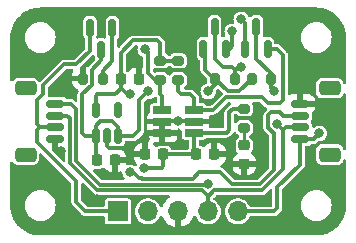
<source format=gbr>
%TF.GenerationSoftware,KiCad,Pcbnew,7.0.1*%
%TF.CreationDate,2025-06-24T15:42:27+07:00*%
%TF.ProjectId,positron_tlv493d,706f7369-7472-46f6-9e5f-746c76343933,rev?*%
%TF.SameCoordinates,Original*%
%TF.FileFunction,Copper,L1,Top*%
%TF.FilePolarity,Positive*%
%FSLAX46Y46*%
G04 Gerber Fmt 4.6, Leading zero omitted, Abs format (unit mm)*
G04 Created by KiCad (PCBNEW 7.0.1) date 2025-06-24 15:42:27*
%MOMM*%
%LPD*%
G01*
G04 APERTURE LIST*
G04 Aperture macros list*
%AMRoundRect*
0 Rectangle with rounded corners*
0 $1 Rounding radius*
0 $2 $3 $4 $5 $6 $7 $8 $9 X,Y pos of 4 corners*
0 Add a 4 corners polygon primitive as box body*
4,1,4,$2,$3,$4,$5,$6,$7,$8,$9,$2,$3,0*
0 Add four circle primitives for the rounded corners*
1,1,$1+$1,$2,$3*
1,1,$1+$1,$4,$5*
1,1,$1+$1,$6,$7*
1,1,$1+$1,$8,$9*
0 Add four rect primitives between the rounded corners*
20,1,$1+$1,$2,$3,$4,$5,0*
20,1,$1+$1,$4,$5,$6,$7,0*
20,1,$1+$1,$6,$7,$8,$9,0*
20,1,$1+$1,$8,$9,$2,$3,0*%
G04 Aperture macros list end*
%TA.AperFunction,SMDPad,CuDef*%
%ADD10RoundRect,0.218750X0.256250X-0.218750X0.256250X0.218750X-0.256250X0.218750X-0.256250X-0.218750X0*%
%TD*%
%TA.AperFunction,SMDPad,CuDef*%
%ADD11RoundRect,0.225000X0.225000X0.250000X-0.225000X0.250000X-0.225000X-0.250000X0.225000X-0.250000X0*%
%TD*%
%TA.AperFunction,SMDPad,CuDef*%
%ADD12RoundRect,0.150000X-0.150000X0.587500X-0.150000X-0.587500X0.150000X-0.587500X0.150000X0.587500X0*%
%TD*%
%TA.AperFunction,SMDPad,CuDef*%
%ADD13RoundRect,0.225000X-0.225000X-0.250000X0.225000X-0.250000X0.225000X0.250000X-0.225000X0.250000X0*%
%TD*%
%TA.AperFunction,SMDPad,CuDef*%
%ADD14RoundRect,0.200000X-0.275000X0.200000X-0.275000X-0.200000X0.275000X-0.200000X0.275000X0.200000X0*%
%TD*%
%TA.AperFunction,SMDPad,CuDef*%
%ADD15RoundRect,0.200000X-0.200000X-0.275000X0.200000X-0.275000X0.200000X0.275000X-0.200000X0.275000X0*%
%TD*%
%TA.AperFunction,SMDPad,CuDef*%
%ADD16R,1.560000X0.650000*%
%TD*%
%TA.AperFunction,SMDPad,CuDef*%
%ADD17RoundRect,0.150000X0.150000X-0.587500X0.150000X0.587500X-0.150000X0.587500X-0.150000X-0.587500X0*%
%TD*%
%TA.AperFunction,SMDPad,CuDef*%
%ADD18RoundRect,0.150000X-0.625000X0.150000X-0.625000X-0.150000X0.625000X-0.150000X0.625000X0.150000X0*%
%TD*%
%TA.AperFunction,SMDPad,CuDef*%
%ADD19RoundRect,0.250000X-0.650000X0.350000X-0.650000X-0.350000X0.650000X-0.350000X0.650000X0.350000X0*%
%TD*%
%TA.AperFunction,ComponentPad*%
%ADD20R,1.700000X1.700000*%
%TD*%
%TA.AperFunction,ComponentPad*%
%ADD21O,1.700000X1.700000*%
%TD*%
%TA.AperFunction,SMDPad,CuDef*%
%ADD22RoundRect,0.150000X0.625000X-0.150000X0.625000X0.150000X-0.625000X0.150000X-0.625000X-0.150000X0*%
%TD*%
%TA.AperFunction,SMDPad,CuDef*%
%ADD23RoundRect,0.250000X0.650000X-0.350000X0.650000X0.350000X-0.650000X0.350000X-0.650000X-0.350000X0*%
%TD*%
%TA.AperFunction,SMDPad,CuDef*%
%ADD24RoundRect,0.200000X0.200000X0.275000X-0.200000X0.275000X-0.200000X-0.275000X0.200000X-0.275000X0*%
%TD*%
%TA.AperFunction,SMDPad,CuDef*%
%ADD25RoundRect,0.150000X0.150000X-0.512500X0.150000X0.512500X-0.150000X0.512500X-0.150000X-0.512500X0*%
%TD*%
%TA.AperFunction,ViaPad*%
%ADD26C,0.800000*%
%TD*%
%TA.AperFunction,Conductor*%
%ADD27C,0.250000*%
%TD*%
%TA.AperFunction,Conductor*%
%ADD28C,0.300000*%
%TD*%
G04 APERTURE END LIST*
D10*
%TO.P,D1,1,K*%
%TO.N,GND*%
X132334000Y-67334000D03*
%TO.P,D1,2,A*%
%TO.N,Net-(D1-A)*%
X132334000Y-65759000D03*
%TD*%
D11*
%TO.P,C3,1*%
%TO.N,+3.3V*%
X125489000Y-66521000D03*
%TO.P,C3,2*%
%TO.N,GND*%
X123939000Y-66521000D03*
%TD*%
D12*
%TO.P,Q3,1,G*%
%TO.N,Net-(Q3-G)*%
X121176500Y-55807500D03*
%TO.P,Q3,2,S*%
%TO.N,VIN*%
X119276500Y-55807500D03*
%TO.P,Q3,3,D*%
%TO.N,VCC*%
X120226500Y-57682500D03*
%TD*%
D13*
%TO.P,C2,1*%
%TO.N,+3.3V*%
X121893000Y-60145000D03*
%TO.P,C2,2*%
%TO.N,GND*%
X123443000Y-60145000D03*
%TD*%
D14*
%TO.P,R1,1*%
%TO.N,+3.3V*%
X132334000Y-62648000D03*
%TO.P,R1,2*%
%TO.N,Net-(D1-A)*%
X132334000Y-64298000D03*
%TD*%
D15*
%TO.P,R2,1*%
%TO.N,VCC*%
X129873000Y-60125000D03*
%TO.P,R2,2*%
%TO.N,scl_in*%
X131523000Y-60125000D03*
%TD*%
D14*
%TO.P,R4,1*%
%TO.N,+3.3V*%
X125222000Y-58584000D03*
%TO.P,R4,2*%
%TO.N,scl_out*%
X125222000Y-60234000D03*
%TD*%
D16*
%TO.P,U1,1,SCL/INT*%
%TO.N,scl_out*%
X125388000Y-62785000D03*
%TO.P,U1,2,GND*%
%TO.N,GND*%
X125388000Y-63735000D03*
%TO.P,U1,3,GND*%
X125388000Y-64685000D03*
%TO.P,U1,4,VDD*%
%TO.N,+3.3V*%
X128088000Y-64685000D03*
%TO.P,U1,5,GND*%
%TO.N,GND*%
X128088000Y-63735000D03*
%TO.P,U1,6,SDA/ADDR*%
%TO.N,sda_out*%
X128088000Y-62785000D03*
%TD*%
D17*
%TO.P,Q2,1,G*%
%TO.N,+3.3V*%
X132408000Y-57575000D03*
%TO.P,Q2,2,S*%
%TO.N,sda_out*%
X134308000Y-57575000D03*
%TO.P,Q2,3,D*%
%TO.N,sda_in*%
X133358000Y-55700000D03*
%TD*%
D18*
%TO.P,J2,1,Pin_1*%
%TO.N,GND*%
X137058500Y-62227000D03*
%TO.P,J2,2,Pin_2*%
%TO.N,VIN*%
X137058500Y-63227000D03*
%TO.P,J2,3,Pin_3*%
%TO.N,sda_in*%
X137058500Y-64227000D03*
%TO.P,J2,4,Pin_4*%
%TO.N,scl_in*%
X137058500Y-65227000D03*
D19*
%TO.P,J2,MP*%
%TO.N,N/C*%
X139583500Y-60927000D03*
X139583500Y-66527000D03*
%TD*%
D13*
%TO.P,C1,1*%
%TO.N,VCC*%
X119828500Y-67029000D03*
%TO.P,C1,2*%
%TO.N,GND*%
X121378500Y-67029000D03*
%TD*%
D11*
%TO.P,C4,1*%
%TO.N,GND*%
X129807000Y-66521000D03*
%TO.P,C4,2*%
%TO.N,+3.3V*%
X128257000Y-66521000D03*
%TD*%
D20*
%TO.P,J3,1,Pin_1*%
%TO.N,VIN*%
X121624500Y-71347000D03*
D21*
%TO.P,J3,2,Pin_2*%
%TO.N,+3.3V*%
X124164500Y-71347000D03*
%TO.P,J3,3,Pin_3*%
%TO.N,GND*%
X126704500Y-71347000D03*
%TO.P,J3,4,Pin_4*%
%TO.N,sda_in*%
X129244500Y-71347000D03*
%TO.P,J3,5,Pin_5*%
%TO.N,scl_in*%
X131784500Y-71347000D03*
%TD*%
D14*
%TO.P,R5,1*%
%TO.N,+3.3V*%
X126746000Y-58584000D03*
%TO.P,R5,2*%
%TO.N,sda_out*%
X126746000Y-60234000D03*
%TD*%
D17*
%TO.P,Q1,1,G*%
%TO.N,VCC*%
X128868000Y-57575000D03*
%TO.P,Q1,2,S*%
%TO.N,scl_out*%
X130768000Y-57575000D03*
%TO.P,Q1,3,D*%
%TO.N,scl_in*%
X129818000Y-55700000D03*
%TD*%
D15*
%TO.P,R3,1*%
%TO.N,VCC*%
X132963000Y-60125000D03*
%TO.P,R3,2*%
%TO.N,sda_in*%
X134613000Y-60125000D03*
%TD*%
D22*
%TO.P,J1,1,Pin_1*%
%TO.N,GND*%
X116340500Y-65227000D03*
%TO.P,J1,2,Pin_2*%
%TO.N,VIN*%
X116340500Y-64227000D03*
%TO.P,J1,3,Pin_3*%
%TO.N,sda_in*%
X116340500Y-63227000D03*
%TO.P,J1,4,Pin_4*%
%TO.N,scl_in*%
X116340500Y-62227000D03*
D23*
%TO.P,J1,MP*%
%TO.N,N/C*%
X113815500Y-66527000D03*
X113815500Y-60927000D03*
%TD*%
D24*
%TO.P,R6,1*%
%TO.N,Net-(Q3-G)*%
X120333000Y-60095000D03*
%TO.P,R6,2*%
%TO.N,GND*%
X118683000Y-60095000D03*
%TD*%
D25*
%TO.P,U2,1,VIN*%
%TO.N,VCC*%
X119758000Y-64992500D03*
%TO.P,U2,2,GND*%
%TO.N,GND*%
X120708000Y-64992500D03*
%TO.P,U2,3,EN*%
%TO.N,VCC*%
X121658000Y-64992500D03*
%TO.P,U2,4,NC*%
%TO.N,unconnected-(U2-NC-Pad4)*%
X121658000Y-62717500D03*
%TO.P,U2,5,VOUT*%
%TO.N,+3.3V*%
X119758000Y-62717500D03*
%TD*%
D26*
%TO.N,VCC*%
X129286000Y-61187000D03*
X124206000Y-61187000D03*
%TO.N,GND*%
X135636000Y-55345000D03*
X123952000Y-65251000D03*
X119888000Y-70331000D03*
X135636000Y-72363000D03*
X122936000Y-58647000D03*
X116840000Y-60933000D03*
X118364000Y-72363000D03*
X117856000Y-55091000D03*
X131113256Y-65393238D03*
X128016000Y-59409000D03*
X126746000Y-63727000D03*
X130048000Y-63473000D03*
X116840000Y-66267000D03*
%TO.N,+3.3V*%
X132080000Y-55091000D03*
X123825000Y-67664000D03*
X122682000Y-61441000D03*
%TO.N,scl_out*%
X131318000Y-56107000D03*
X123952000Y-57631000D03*
%TO.N,scl_in*%
X129287425Y-69016612D03*
X138684000Y-64743000D03*
X132080000Y-59155000D03*
%TO.N,sda_in*%
X134874000Y-61187000D03*
X135128000Y-63981000D03*
%TO.N,VIN*%
X122682000Y-68045000D03*
%TD*%
D27*
%TO.N,Net-(D1-A)*%
X132334000Y-65479500D02*
X132334000Y-65759000D01*
X132334000Y-64298000D02*
X132334000Y-65759000D01*
%TO.N,GND*%
X123443000Y-59154000D02*
X122936000Y-58647000D01*
X123443000Y-60145000D02*
X123443000Y-59154000D01*
X126704500Y-72702500D02*
X126788000Y-72786000D01*
X126704500Y-71347000D02*
X126704500Y-72702500D01*
X116288000Y-65786000D02*
X116340500Y-65733500D01*
X116769000Y-66267000D02*
X116288000Y-65786000D01*
X116340500Y-65733500D02*
X116340500Y-65227000D01*
X116840000Y-66267000D02*
X116769000Y-66267000D01*
D28*
%TO.N,VCC*%
X129286000Y-61187000D02*
X129873000Y-60600000D01*
X119433000Y-60626000D02*
X118618000Y-61441000D01*
X130935000Y-61187000D02*
X129873000Y-60125000D01*
X119753500Y-64997000D02*
X119758000Y-64992500D01*
X123952000Y-61441000D02*
X124206000Y-61187000D01*
X118872000Y-64997000D02*
X119753500Y-64997000D01*
X119758000Y-64111000D02*
X119758000Y-64992500D01*
X118618000Y-64743000D02*
X118872000Y-64997000D01*
X123444000Y-61949000D02*
X123952000Y-61441000D01*
X120142000Y-63727000D02*
X119758000Y-64111000D01*
X132963000Y-60125000D02*
X131901000Y-61187000D01*
X129032000Y-59409000D02*
X129032000Y-57739000D01*
X123444000Y-64489000D02*
X123444000Y-61949000D01*
X119758000Y-64992500D02*
X119758000Y-66958500D01*
X120226500Y-57682500D02*
X120226500Y-58562500D01*
X121658000Y-64992500D02*
X121658000Y-64227000D01*
X122940500Y-64992500D02*
X123444000Y-64489000D01*
X129873000Y-60125000D02*
X129748000Y-60125000D01*
X129748000Y-60125000D02*
X129032000Y-59409000D01*
X129873000Y-60600000D02*
X129873000Y-60125000D01*
X121158000Y-63727000D02*
X120142000Y-63727000D01*
X121658000Y-64227000D02*
X121158000Y-63727000D01*
X129032000Y-57739000D02*
X128868000Y-57575000D01*
X119433000Y-59356000D02*
X119433000Y-60626000D01*
X131901000Y-61187000D02*
X130935000Y-61187000D01*
X120226500Y-58562500D02*
X119433000Y-59356000D01*
X121658000Y-64992500D02*
X122940500Y-64992500D01*
X119758000Y-66958500D02*
X119828500Y-67029000D01*
X118618000Y-61441000D02*
X118618000Y-64743000D01*
%TO.N,GND*%
X120904000Y-66013000D02*
X122428000Y-66013000D01*
X122428000Y-66013000D02*
X122936000Y-66521000D01*
X126746000Y-63727000D02*
X128080000Y-63727000D01*
X125396000Y-63727000D02*
X125388000Y-63735000D01*
X126746000Y-63727000D02*
X125396000Y-63727000D01*
X122936000Y-66521000D02*
X123939000Y-66521000D01*
X120708000Y-65817000D02*
X120904000Y-66013000D01*
X128080000Y-63727000D02*
X128088000Y-63735000D01*
X125388000Y-63735000D02*
X125388000Y-64685000D01*
X120708000Y-64992500D02*
X120708000Y-65817000D01*
%TO.N,+3.3V*%
X125489000Y-67524000D02*
X125489000Y-66521000D01*
X121893000Y-60960000D02*
X121947000Y-60960000D01*
X131381000Y-62648000D02*
X131572000Y-62648000D01*
X121947000Y-60960000D02*
X122428000Y-61441000D01*
X119758000Y-61571000D02*
X119888000Y-61441000D01*
X125222000Y-58584000D02*
X125222000Y-57123000D01*
X128088000Y-66352000D02*
X128257000Y-66521000D01*
X125349000Y-67664000D02*
X125489000Y-67524000D01*
X131064000Y-64489000D02*
X131064000Y-62965000D01*
X122428000Y-61441000D02*
X122682000Y-61441000D01*
X128257000Y-66521000D02*
X125489000Y-66521000D01*
X124968000Y-56869000D02*
X122936000Y-56869000D01*
X132408000Y-55419000D02*
X132080000Y-55091000D01*
X119888000Y-61441000D02*
X121412000Y-61441000D01*
X121893000Y-60960000D02*
X121893000Y-60145000D01*
X121893000Y-57912000D02*
X122936000Y-56869000D01*
X128088000Y-64685000D02*
X130868000Y-64685000D01*
X132408000Y-57575000D02*
X132408000Y-55419000D01*
X128088000Y-64685000D02*
X128088000Y-66352000D01*
X125222000Y-57123000D02*
X124968000Y-56869000D01*
X121893000Y-60145000D02*
X121893000Y-57912000D01*
X131572000Y-62648000D02*
X132334000Y-62648000D01*
X119758000Y-62717500D02*
X119758000Y-61571000D01*
X131064000Y-62965000D02*
X131381000Y-62648000D01*
X125222000Y-58584000D02*
X126746000Y-58584000D01*
X123825000Y-67664000D02*
X125349000Y-67664000D01*
X121412000Y-61441000D02*
X121893000Y-60960000D01*
X130868000Y-64685000D02*
X131064000Y-64489000D01*
%TO.N,Net-(D1-A)*%
X132334000Y-65479500D02*
X132334000Y-65733500D01*
%TO.N,scl_out*%
X124777000Y-60234000D02*
X125222000Y-60234000D01*
X131120000Y-57575000D02*
X131318000Y-57377000D01*
X124206000Y-57885000D02*
X124206000Y-59663000D01*
X125222000Y-61441000D02*
X125222000Y-60234000D01*
X125388000Y-61607000D02*
X125222000Y-61441000D01*
X125388000Y-62785000D02*
X125388000Y-61607000D01*
X130768000Y-57575000D02*
X131120000Y-57575000D01*
X124206000Y-59663000D02*
X124777000Y-60234000D01*
X131318000Y-57377000D02*
X131318000Y-56107000D01*
X123952000Y-57631000D02*
X124206000Y-57885000D01*
%TO.N,scl_in*%
X118102000Y-65251000D02*
X118102000Y-67075894D01*
X119606553Y-68580447D02*
X120095106Y-69069000D01*
X137058500Y-67384500D02*
X137058500Y-65227000D01*
X131523000Y-60125000D02*
X131523000Y-59458000D01*
X116340500Y-62227000D02*
X117626000Y-62227000D01*
X131523000Y-59458000D02*
X131826000Y-59155000D01*
X138684000Y-64743000D02*
X138200000Y-65227000D01*
X131318000Y-59155000D02*
X130556000Y-59155000D01*
X117626000Y-62227000D02*
X117856000Y-62457000D01*
X128016000Y-69069000D02*
X129235037Y-69069000D01*
X117856000Y-62457000D02*
X118102000Y-62703000D01*
X131523000Y-60125000D02*
X131523000Y-59360000D01*
X135128000Y-71093000D02*
X135128000Y-69315000D01*
X118102000Y-62703000D02*
X118102000Y-65251000D01*
X118102000Y-67075894D02*
X119606553Y-68580447D01*
X135128000Y-69315000D02*
X137058500Y-67384500D01*
X129235037Y-69069000D02*
X129287425Y-69016612D01*
X131826000Y-59155000D02*
X132080000Y-59155000D01*
X131784500Y-71347000D02*
X134874000Y-71347000D01*
X138200000Y-65227000D02*
X137058500Y-65227000D01*
X134874000Y-71347000D02*
X135128000Y-71093000D01*
X120095106Y-69069000D02*
X128016000Y-69069000D01*
X129818000Y-58417000D02*
X129818000Y-55700000D01*
X130556000Y-59155000D02*
X129818000Y-58417000D01*
X131523000Y-59360000D02*
X131318000Y-59155000D01*
%TO.N,sda_out*%
X133858000Y-61695000D02*
X134366000Y-62203000D01*
X127762000Y-61441000D02*
X128088000Y-61767000D01*
X135636000Y-58139000D02*
X135072000Y-57575000D01*
X135636000Y-61949000D02*
X135636000Y-58139000D01*
X126746000Y-61187000D02*
X127000000Y-61441000D01*
X130810000Y-61695000D02*
X133858000Y-61695000D01*
X129720000Y-62785000D02*
X130810000Y-61695000D01*
X128088000Y-62785000D02*
X129720000Y-62785000D01*
X135072000Y-57575000D02*
X134308000Y-57575000D01*
X134366000Y-62203000D02*
X135382000Y-62203000D01*
X126746000Y-60234000D02*
X126746000Y-61187000D01*
X127000000Y-61441000D02*
X127762000Y-61441000D01*
X135382000Y-62203000D02*
X135636000Y-61949000D01*
X128088000Y-61767000D02*
X128088000Y-62785000D01*
%TO.N,sda_in*%
X135128000Y-63981000D02*
X135636000Y-64489000D01*
X129244500Y-71347000D02*
X129244500Y-70118500D01*
X116340500Y-63227000D02*
X117356000Y-63227000D01*
X134613000Y-60926000D02*
X134874000Y-61187000D01*
X133858000Y-69569000D02*
X135636000Y-67791000D01*
X134613000Y-60125000D02*
X134613000Y-60926000D01*
X129244500Y-70035500D02*
X129244500Y-70118500D01*
X129244500Y-70118500D02*
X129794000Y-69569000D01*
X133358000Y-58401000D02*
X133358000Y-55700000D01*
X117602000Y-67283000D02*
X119888000Y-69569000D01*
X135890000Y-64235000D02*
X137050500Y-64235000D01*
X134613000Y-59656000D02*
X133358000Y-58401000D01*
X117602000Y-63473000D02*
X117602000Y-67283000D01*
X119888000Y-69569000D02*
X128778000Y-69569000D01*
X128778000Y-69569000D02*
X129244500Y-70035500D01*
X135636000Y-64489000D02*
X135890000Y-64235000D01*
X134613000Y-60125000D02*
X134613000Y-59656000D01*
X129794000Y-69569000D02*
X133858000Y-69569000D01*
X137050500Y-64235000D02*
X137058500Y-64227000D01*
X117356000Y-63227000D02*
X117602000Y-63473000D01*
X135636000Y-67791000D02*
X135636000Y-64489000D01*
%TO.N,Net-(Q3-G)*%
X121176500Y-55807500D02*
X121176500Y-58628500D01*
X121176500Y-58628500D02*
X120333000Y-59472000D01*
X120333000Y-59472000D02*
X120333000Y-60095000D01*
%TO.N,VIN*%
X123444000Y-68553000D02*
X122936000Y-68045000D01*
X131318000Y-69061000D02*
X130302000Y-68045000D01*
X117094000Y-58901000D02*
X115316000Y-60679000D01*
X134366000Y-63219000D02*
X134366000Y-64279661D01*
X128000000Y-68569000D02*
X123714000Y-68569000D01*
X123714000Y-68569000D02*
X123698000Y-68553000D01*
X130302000Y-68045000D02*
X128524000Y-68045000D01*
X134620000Y-62965000D02*
X134366000Y-63219000D01*
X115316000Y-60679000D02*
X115316000Y-61441000D01*
X115070000Y-64227000D02*
X114808000Y-64489000D01*
X114808000Y-64489000D02*
X114808000Y-65505000D01*
X115316000Y-61441000D02*
X114808000Y-61949000D01*
X118110000Y-58901000D02*
X117094000Y-58901000D01*
X134829339Y-64743000D02*
X134874000Y-64743000D01*
X118872000Y-71347000D02*
X121624500Y-71347000D01*
X128524000Y-68045000D02*
X128000000Y-68569000D01*
X119276500Y-55807500D02*
X119276500Y-57734500D01*
X123698000Y-68553000D02*
X123444000Y-68553000D01*
X135644000Y-63227000D02*
X135382000Y-62965000D01*
X134874000Y-64743000D02*
X134874000Y-67845894D01*
X118110000Y-70585000D02*
X118872000Y-71347000D01*
X133658894Y-69061000D02*
X131318000Y-69061000D01*
X114808000Y-65505000D02*
X118110000Y-68807000D01*
X114808000Y-61949000D02*
X114808000Y-63965000D01*
X122936000Y-68045000D02*
X122682000Y-68045000D01*
X114808000Y-63965000D02*
X115070000Y-64227000D01*
X116340500Y-64227000D02*
X115070000Y-64227000D01*
X135382000Y-62965000D02*
X134620000Y-62965000D01*
X137058500Y-63227000D02*
X135644000Y-63227000D01*
X118110000Y-68807000D02*
X118110000Y-70585000D01*
X134366000Y-64279661D02*
X134829339Y-64743000D01*
X134874000Y-67845894D02*
X133658894Y-69061000D01*
X119276500Y-57734500D02*
X118110000Y-58901000D01*
%TD*%
%TA.AperFunction,Conductor*%
%TO.N,GND*%
G36*
X138433471Y-54075694D02*
G01*
X138545527Y-54081987D01*
X138714353Y-54092199D01*
X138727591Y-54093720D01*
X138859665Y-54116160D01*
X138861007Y-54116397D01*
X139006210Y-54143007D01*
X139018153Y-54145814D01*
X139150788Y-54184025D01*
X139153279Y-54184773D01*
X139290146Y-54227423D01*
X139300682Y-54231237D01*
X139429736Y-54284693D01*
X139433063Y-54286130D01*
X139562306Y-54344298D01*
X139571372Y-54348834D01*
X139694331Y-54416791D01*
X139698500Y-54419202D01*
X139818988Y-54492040D01*
X139826592Y-54497027D01*
X139941525Y-54578575D01*
X139946223Y-54582078D01*
X140037769Y-54653800D01*
X140056752Y-54668672D01*
X140062906Y-54673823D01*
X140168133Y-54767859D01*
X140173187Y-54772638D01*
X140272360Y-54871811D01*
X140277139Y-54876865D01*
X140371175Y-54982092D01*
X140376326Y-54988246D01*
X140462904Y-55098754D01*
X140466423Y-55103473D01*
X140547971Y-55218406D01*
X140552958Y-55226010D01*
X140625796Y-55346498D01*
X140628207Y-55350667D01*
X140696164Y-55473626D01*
X140700710Y-55482713D01*
X140737474Y-55564399D01*
X140758832Y-55611853D01*
X140760317Y-55615291D01*
X140813756Y-55744303D01*
X140817580Y-55754866D01*
X140860214Y-55891684D01*
X140860983Y-55894246D01*
X140899180Y-56026831D01*
X140901995Y-56038807D01*
X140928578Y-56183865D01*
X140928857Y-56185446D01*
X140951275Y-56317385D01*
X140952801Y-56330670D01*
X140962997Y-56499242D01*
X140963028Y-56499774D01*
X140969305Y-56611527D01*
X140969500Y-56618481D01*
X140969500Y-60419368D01*
X140950762Y-60484911D01*
X140900212Y-60530645D01*
X140833126Y-60542749D01*
X140769780Y-60517564D01*
X140729319Y-60462703D01*
X140680842Y-60332733D01*
X140593904Y-60216596D01*
X140477767Y-60129658D01*
X140477764Y-60129657D01*
X140477763Y-60129656D01*
X140341845Y-60078960D01*
X140316090Y-60076191D01*
X140281755Y-60072500D01*
X140281751Y-60072500D01*
X138885248Y-60072500D01*
X138825158Y-60078959D01*
X138825158Y-60078960D01*
X138689233Y-60129658D01*
X138573096Y-60216596D01*
X138489412Y-60328387D01*
X138486156Y-60332736D01*
X138435460Y-60468654D01*
X138429000Y-60528748D01*
X138429000Y-61325251D01*
X138433411Y-61366277D01*
X138435460Y-61385342D01*
X138486158Y-61521267D01*
X138573096Y-61637404D01*
X138689233Y-61724342D01*
X138703330Y-61729600D01*
X138825154Y-61775039D01*
X138825155Y-61775039D01*
X138825158Y-61775040D01*
X138885245Y-61781500D01*
X140281754Y-61781499D01*
X140341842Y-61775040D01*
X140477767Y-61724342D01*
X140593904Y-61637404D01*
X140680842Y-61521267D01*
X140706781Y-61451722D01*
X140729319Y-61391299D01*
X140769780Y-61336437D01*
X140833126Y-61311252D01*
X140900212Y-61323356D01*
X140950762Y-61369090D01*
X140969500Y-61434633D01*
X140969500Y-66019368D01*
X140950762Y-66084911D01*
X140900212Y-66130645D01*
X140833126Y-66142749D01*
X140769780Y-66117564D01*
X140729319Y-66062703D01*
X140680842Y-65932733D01*
X140593904Y-65816596D01*
X140477767Y-65729658D01*
X140477764Y-65729657D01*
X140477763Y-65729656D01*
X140341845Y-65678960D01*
X140316090Y-65676191D01*
X140281755Y-65672500D01*
X140281751Y-65672500D01*
X138885248Y-65672500D01*
X138825157Y-65678960D01*
X138825158Y-65678960D01*
X138689233Y-65729658D01*
X138573096Y-65816596D01*
X138514300Y-65895140D01*
X138486156Y-65932736D01*
X138435460Y-66068654D01*
X138433259Y-66089131D01*
X138429576Y-66123394D01*
X138429000Y-66128748D01*
X138429000Y-66925251D01*
X138430203Y-66936437D01*
X138435460Y-66985342D01*
X138486158Y-67121267D01*
X138573096Y-67237404D01*
X138689233Y-67324342D01*
X138689236Y-67324343D01*
X138825154Y-67375039D01*
X138825155Y-67375039D01*
X138825158Y-67375040D01*
X138885245Y-67381500D01*
X140281754Y-67381499D01*
X140341842Y-67375040D01*
X140477767Y-67324342D01*
X140593904Y-67237404D01*
X140680842Y-67121267D01*
X140708342Y-67047537D01*
X140729319Y-66991299D01*
X140769780Y-66936437D01*
X140833126Y-66911252D01*
X140900212Y-66923356D01*
X140950762Y-66969090D01*
X140969500Y-67034633D01*
X140969500Y-70835519D01*
X140969305Y-70842473D01*
X140963028Y-70954224D01*
X140962997Y-70954756D01*
X140952801Y-71123328D01*
X140951275Y-71136613D01*
X140928857Y-71268552D01*
X140928578Y-71270133D01*
X140901995Y-71415191D01*
X140899180Y-71427167D01*
X140860983Y-71559752D01*
X140860214Y-71562314D01*
X140817580Y-71699132D01*
X140813756Y-71709695D01*
X140760317Y-71838707D01*
X140758832Y-71842145D01*
X140700712Y-71971282D01*
X140696164Y-71980372D01*
X140628207Y-72103331D01*
X140625796Y-72107500D01*
X140552958Y-72227988D01*
X140547971Y-72235592D01*
X140466423Y-72350525D01*
X140462904Y-72355244D01*
X140376326Y-72465752D01*
X140371175Y-72471906D01*
X140277139Y-72577133D01*
X140272360Y-72582187D01*
X140173187Y-72681360D01*
X140168133Y-72686139D01*
X140062906Y-72780175D01*
X140056752Y-72785326D01*
X139946244Y-72871904D01*
X139941525Y-72875423D01*
X139826592Y-72956971D01*
X139818988Y-72961958D01*
X139698500Y-73034796D01*
X139694331Y-73037207D01*
X139571372Y-73105164D01*
X139562282Y-73109712D01*
X139433145Y-73167832D01*
X139429707Y-73169317D01*
X139300695Y-73222756D01*
X139290132Y-73226580D01*
X139153314Y-73269214D01*
X139150752Y-73269983D01*
X139018167Y-73308180D01*
X139006191Y-73310995D01*
X138861133Y-73337578D01*
X138859552Y-73337857D01*
X138727613Y-73360275D01*
X138714328Y-73361801D01*
X138545756Y-73371997D01*
X138545224Y-73372028D01*
X138437513Y-73378078D01*
X138433471Y-73378305D01*
X138426519Y-73378500D01*
X115065481Y-73378500D01*
X115058528Y-73378305D01*
X115054045Y-73378053D01*
X114946774Y-73372028D01*
X114946242Y-73371997D01*
X114777670Y-73361801D01*
X114764385Y-73360275D01*
X114632446Y-73337857D01*
X114630865Y-73337578D01*
X114485807Y-73310995D01*
X114473831Y-73308180D01*
X114341246Y-73269983D01*
X114338684Y-73269214D01*
X114201866Y-73226580D01*
X114191303Y-73222756D01*
X114062291Y-73169317D01*
X114058873Y-73167841D01*
X113929713Y-73109710D01*
X113920626Y-73105164D01*
X113797667Y-73037207D01*
X113793498Y-73034796D01*
X113673010Y-72961958D01*
X113665406Y-72956971D01*
X113550473Y-72875423D01*
X113545754Y-72871904D01*
X113435246Y-72785326D01*
X113429092Y-72780175D01*
X113323865Y-72686139D01*
X113318811Y-72681360D01*
X113219638Y-72582187D01*
X113214859Y-72577133D01*
X113120823Y-72471906D01*
X113115672Y-72465752D01*
X113104506Y-72451500D01*
X113029078Y-72355223D01*
X113025575Y-72350525D01*
X112944027Y-72235592D01*
X112939040Y-72227988D01*
X112866202Y-72107500D01*
X112863791Y-72103331D01*
X112858791Y-72094285D01*
X112795832Y-71980369D01*
X112791298Y-71971306D01*
X112733130Y-71842063D01*
X112731693Y-71838736D01*
X112678237Y-71709682D01*
X112674423Y-71699146D01*
X112631773Y-71562279D01*
X112631015Y-71559752D01*
X112611420Y-71491735D01*
X112592814Y-71427153D01*
X112590007Y-71415210D01*
X112563397Y-71270007D01*
X112563160Y-71268665D01*
X112540720Y-71136591D01*
X112539199Y-71123353D01*
X112528983Y-70954453D01*
X112522694Y-70842471D01*
X112522597Y-70839000D01*
X113756531Y-70839000D01*
X113776364Y-71065689D01*
X113835261Y-71285497D01*
X113931432Y-71491735D01*
X114061953Y-71678140D01*
X114222859Y-71839046D01*
X114409264Y-71969567D01*
X114409265Y-71969567D01*
X114409266Y-71969568D01*
X114615504Y-72065739D01*
X114835308Y-72124635D01*
X114920262Y-72132067D01*
X115005214Y-72139500D01*
X115005216Y-72139500D01*
X115118784Y-72139500D01*
X115118786Y-72139500D01*
X115186747Y-72133553D01*
X115288692Y-72124635D01*
X115508496Y-72065739D01*
X115714734Y-71969568D01*
X115901139Y-71839047D01*
X116062047Y-71678139D01*
X116192568Y-71491734D01*
X116288739Y-71285496D01*
X116347635Y-71065692D01*
X116367468Y-70839000D01*
X116347635Y-70612308D01*
X116288739Y-70392504D01*
X116192568Y-70186266D01*
X116168726Y-70152216D01*
X116062046Y-69999859D01*
X115901140Y-69838953D01*
X115714735Y-69708432D01*
X115508497Y-69612261D01*
X115288689Y-69553364D01*
X115118786Y-69538500D01*
X115118784Y-69538500D01*
X115005216Y-69538500D01*
X115005214Y-69538500D01*
X114835310Y-69553364D01*
X114615502Y-69612261D01*
X114409264Y-69708432D01*
X114222859Y-69838953D01*
X114061953Y-69999859D01*
X113931432Y-70186264D01*
X113835261Y-70392502D01*
X113776364Y-70612310D01*
X113756531Y-70839000D01*
X112522597Y-70839000D01*
X112522500Y-70835521D01*
X112522500Y-67232459D01*
X112537668Y-67173032D01*
X112579461Y-67128143D01*
X112637655Y-67108775D01*
X112698012Y-67119665D01*
X112745765Y-67158147D01*
X112805096Y-67237404D01*
X112921233Y-67324342D01*
X112921236Y-67324343D01*
X113057154Y-67375039D01*
X113057155Y-67375039D01*
X113057158Y-67375040D01*
X113117245Y-67381500D01*
X114513754Y-67381499D01*
X114573842Y-67375040D01*
X114709767Y-67324342D01*
X114825904Y-67237404D01*
X114912842Y-67121267D01*
X114963540Y-66985342D01*
X114970000Y-66925255D01*
X114969999Y-66538409D01*
X114983514Y-66482116D01*
X115021113Y-66438093D01*
X115074601Y-66415938D01*
X115132317Y-66420480D01*
X115181680Y-66450730D01*
X117669181Y-68938231D01*
X117696061Y-68978459D01*
X117705500Y-69025912D01*
X117705500Y-70649066D01*
X117712444Y-70670439D01*
X117716985Y-70689352D01*
X117720502Y-70711556D01*
X117730703Y-70731575D01*
X117738148Y-70749548D01*
X117742540Y-70763065D01*
X117745095Y-70770929D01*
X117758305Y-70789110D01*
X117768473Y-70805703D01*
X117778672Y-70825721D01*
X117778673Y-70825722D01*
X117778674Y-70825723D01*
X117795232Y-70842281D01*
X117795245Y-70842296D01*
X118540674Y-71587723D01*
X118631277Y-71678326D01*
X118651301Y-71688528D01*
X118667886Y-71698692D01*
X118676223Y-71704750D01*
X118686069Y-71711904D01*
X118686070Y-71711904D01*
X118686071Y-71711905D01*
X118707449Y-71718850D01*
X118725420Y-71726294D01*
X118745445Y-71736498D01*
X118767650Y-71740014D01*
X118786548Y-71744551D01*
X118807934Y-71751500D01*
X118840166Y-71751500D01*
X118936066Y-71751500D01*
X120396001Y-71751500D01*
X120458001Y-71768113D01*
X120503388Y-71813500D01*
X120520001Y-71875500D01*
X120520001Y-72222066D01*
X120522014Y-72232186D01*
X120534766Y-72296301D01*
X120591015Y-72380484D01*
X120641006Y-72413887D01*
X120675199Y-72436734D01*
X120749433Y-72451500D01*
X122499566Y-72451499D01*
X122573801Y-72436734D01*
X122657984Y-72380484D01*
X122714234Y-72296301D01*
X122729000Y-72222067D01*
X122728999Y-70471934D01*
X122714234Y-70397699D01*
X122685072Y-70354056D01*
X122657984Y-70313515D01*
X122573800Y-70257265D01*
X122499569Y-70242500D01*
X120749434Y-70242500D01*
X120675198Y-70257266D01*
X120591015Y-70313515D01*
X120534765Y-70397699D01*
X120520000Y-70471931D01*
X120520000Y-70818500D01*
X120503387Y-70880500D01*
X120458000Y-70925887D01*
X120396000Y-70942500D01*
X119090911Y-70942500D01*
X119043458Y-70933061D01*
X119003230Y-70906181D01*
X118550819Y-70453769D01*
X118523939Y-70413541D01*
X118514500Y-70366088D01*
X118514500Y-69066912D01*
X118528015Y-69010617D01*
X118565615Y-68966594D01*
X118619102Y-68944439D01*
X118676818Y-68948981D01*
X118726181Y-68979231D01*
X119633163Y-69886213D01*
X119633167Y-69886216D01*
X119647277Y-69900326D01*
X119660007Y-69906812D01*
X119667301Y-69910529D01*
X119683886Y-69920692D01*
X119702071Y-69933904D01*
X119723438Y-69940846D01*
X119741420Y-69948294D01*
X119761445Y-69958498D01*
X119766281Y-69959263D01*
X119783642Y-69962014D01*
X119802560Y-69966555D01*
X119823934Y-69973500D01*
X119856166Y-69973500D01*
X119952066Y-69973500D01*
X125919131Y-69973500D01*
X125979247Y-69989047D01*
X126024289Y-70031790D01*
X126042961Y-70091010D01*
X126030582Y-70151858D01*
X125990255Y-70199075D01*
X125833418Y-70308893D01*
X125666390Y-70475921D01*
X125530900Y-70669421D01*
X125431068Y-70883510D01*
X125423654Y-70911178D01*
X125394999Y-70963185D01*
X125345451Y-70995906D01*
X125286369Y-71001839D01*
X125231304Y-70979624D01*
X125192880Y-70934354D01*
X125178851Y-70906181D01*
X125107588Y-70763065D01*
X125037640Y-70670439D01*
X124984231Y-70599713D01*
X124832964Y-70461815D01*
X124658927Y-70354056D01*
X124643313Y-70348007D01*
X124468056Y-70280112D01*
X124266847Y-70242500D01*
X124062153Y-70242500D01*
X123860944Y-70280111D01*
X123860944Y-70280112D01*
X123670072Y-70354056D01*
X123496035Y-70461815D01*
X123344768Y-70599713D01*
X123221411Y-70763065D01*
X123130170Y-70946300D01*
X123074154Y-71143176D01*
X123055268Y-71346999D01*
X123074154Y-71550823D01*
X123130170Y-71747699D01*
X123221411Y-71930934D01*
X123344768Y-72094286D01*
X123496035Y-72232184D01*
X123496037Y-72232185D01*
X123496038Y-72232186D01*
X123670073Y-72339944D01*
X123860944Y-72413888D01*
X124062153Y-72451500D01*
X124266845Y-72451500D01*
X124266847Y-72451500D01*
X124468056Y-72413888D01*
X124658927Y-72339944D01*
X124832962Y-72232186D01*
X124984232Y-72094285D01*
X125107588Y-71930935D01*
X125107588Y-71930933D01*
X125107590Y-71930932D01*
X125192880Y-71759646D01*
X125231303Y-71714375D01*
X125286370Y-71692160D01*
X125345451Y-71698093D01*
X125395000Y-71730815D01*
X125423654Y-71782822D01*
X125431067Y-71810488D01*
X125530899Y-72024576D01*
X125666393Y-72218081D01*
X125833418Y-72385106D01*
X126026923Y-72520600D01*
X126241007Y-72620430D01*
X126454499Y-72677635D01*
X126454500Y-72677636D01*
X126454500Y-71221000D01*
X126471113Y-71159000D01*
X126516500Y-71113613D01*
X126578500Y-71097000D01*
X126830500Y-71097000D01*
X126892500Y-71113613D01*
X126937887Y-71159000D01*
X126954500Y-71221000D01*
X126954500Y-72677635D01*
X127167992Y-72620430D01*
X127382076Y-72520600D01*
X127575581Y-72385106D01*
X127742606Y-72218081D01*
X127878100Y-72024576D01*
X127977931Y-71810490D01*
X127985344Y-71782825D01*
X128013997Y-71730817D01*
X128063546Y-71698094D01*
X128122628Y-71692159D01*
X128177695Y-71714375D01*
X128216119Y-71759645D01*
X128301411Y-71930934D01*
X128424768Y-72094286D01*
X128576035Y-72232184D01*
X128576037Y-72232185D01*
X128576038Y-72232186D01*
X128750073Y-72339944D01*
X128940944Y-72413888D01*
X129142153Y-72451500D01*
X129346845Y-72451500D01*
X129346847Y-72451500D01*
X129548056Y-72413888D01*
X129738927Y-72339944D01*
X129912962Y-72232186D01*
X130064232Y-72094285D01*
X130187588Y-71930935D01*
X130278828Y-71747701D01*
X130278829Y-71747699D01*
X130334845Y-71550823D01*
X130347411Y-71415210D01*
X130353732Y-71347000D01*
X130334845Y-71143179D01*
X130334845Y-71143176D01*
X130278829Y-70946300D01*
X130187588Y-70763065D01*
X130064231Y-70599713D01*
X129912964Y-70461815D01*
X129774486Y-70376073D01*
X129735098Y-70337137D01*
X129716590Y-70284936D01*
X129722655Y-70229884D01*
X129752080Y-70182969D01*
X129925230Y-70009818D01*
X129965458Y-69982939D01*
X130012911Y-69973500D01*
X133922065Y-69973500D01*
X133922066Y-69973500D01*
X133943445Y-69966553D01*
X133962353Y-69962014D01*
X133984555Y-69958498D01*
X134004568Y-69948299D01*
X134022554Y-69940849D01*
X134043929Y-69933905D01*
X134062119Y-69920687D01*
X134078703Y-69910525D01*
X134098723Y-69900326D01*
X134107280Y-69891768D01*
X134107286Y-69891764D01*
X134511819Y-69487231D01*
X134561182Y-69456981D01*
X134618898Y-69452439D01*
X134672385Y-69474594D01*
X134709985Y-69518617D01*
X134723500Y-69574912D01*
X134723500Y-70818500D01*
X134706887Y-70880500D01*
X134661500Y-70925887D01*
X134599500Y-70942500D01*
X132893714Y-70942500D01*
X132828436Y-70923927D01*
X132782714Y-70873772D01*
X132727588Y-70763065D01*
X132604231Y-70599713D01*
X132452964Y-70461815D01*
X132278927Y-70354056D01*
X132263313Y-70348007D01*
X132088056Y-70280112D01*
X131886847Y-70242500D01*
X131682153Y-70242500D01*
X131480944Y-70280111D01*
X131480944Y-70280112D01*
X131290072Y-70354056D01*
X131116035Y-70461815D01*
X130964768Y-70599713D01*
X130841411Y-70763065D01*
X130750170Y-70946300D01*
X130694154Y-71143176D01*
X130675268Y-71347000D01*
X130694154Y-71550823D01*
X130750170Y-71747699D01*
X130841411Y-71930934D01*
X130964768Y-72094286D01*
X131116035Y-72232184D01*
X131116037Y-72232185D01*
X131116038Y-72232186D01*
X131290073Y-72339944D01*
X131480944Y-72413888D01*
X131682153Y-72451500D01*
X131886845Y-72451500D01*
X131886847Y-72451500D01*
X132088056Y-72413888D01*
X132278927Y-72339944D01*
X132452962Y-72232186D01*
X132604232Y-72094285D01*
X132727588Y-71930935D01*
X132773343Y-71839047D01*
X132782714Y-71820228D01*
X132828436Y-71770073D01*
X132893714Y-71751500D01*
X134938065Y-71751500D01*
X134938066Y-71751500D01*
X134959445Y-71744553D01*
X134978353Y-71740014D01*
X135000555Y-71736498D01*
X135020568Y-71726299D01*
X135038554Y-71718849D01*
X135059929Y-71711905D01*
X135078119Y-71698687D01*
X135094703Y-71688525D01*
X135114723Y-71678326D01*
X135123280Y-71669768D01*
X135123286Y-71669764D01*
X135450764Y-71342287D01*
X135450768Y-71342279D01*
X135459326Y-71333723D01*
X135469529Y-71313696D01*
X135479688Y-71297118D01*
X135492904Y-71278929D01*
X135499847Y-71257555D01*
X135507295Y-71239577D01*
X135517498Y-71219555D01*
X135521014Y-71197348D01*
X135525556Y-71178435D01*
X135532500Y-71157066D01*
X135532500Y-71028934D01*
X135532500Y-70839000D01*
X137124531Y-70839000D01*
X137144364Y-71065689D01*
X137203261Y-71285497D01*
X137299432Y-71491735D01*
X137429953Y-71678140D01*
X137590859Y-71839046D01*
X137777264Y-71969567D01*
X137777265Y-71969567D01*
X137777266Y-71969568D01*
X137983504Y-72065739D01*
X138203308Y-72124635D01*
X138288262Y-72132067D01*
X138373214Y-72139500D01*
X138373216Y-72139500D01*
X138486784Y-72139500D01*
X138486786Y-72139500D01*
X138554747Y-72133553D01*
X138656692Y-72124635D01*
X138876496Y-72065739D01*
X139082734Y-71969568D01*
X139269139Y-71839047D01*
X139430047Y-71678139D01*
X139560568Y-71491734D01*
X139656739Y-71285496D01*
X139715635Y-71065692D01*
X139735468Y-70839000D01*
X139715635Y-70612308D01*
X139656739Y-70392504D01*
X139560568Y-70186266D01*
X139536726Y-70152216D01*
X139430046Y-69999859D01*
X139269140Y-69838953D01*
X139082735Y-69708432D01*
X138876497Y-69612261D01*
X138656689Y-69553364D01*
X138486786Y-69538500D01*
X138486784Y-69538500D01*
X138373216Y-69538500D01*
X138373214Y-69538500D01*
X138203310Y-69553364D01*
X137983502Y-69612261D01*
X137777264Y-69708432D01*
X137590859Y-69838953D01*
X137429953Y-69999859D01*
X137299432Y-70186264D01*
X137203261Y-70392502D01*
X137144364Y-70612310D01*
X137124531Y-70839000D01*
X135532500Y-70839000D01*
X135532500Y-69533912D01*
X135541939Y-69486459D01*
X135568819Y-69446231D01*
X137381264Y-67633787D01*
X137381268Y-67633779D01*
X137389826Y-67625223D01*
X137400029Y-67605196D01*
X137410188Y-67588618D01*
X137423404Y-67570429D01*
X137430347Y-67549055D01*
X137437795Y-67531077D01*
X137447998Y-67511055D01*
X137451514Y-67488848D01*
X137456056Y-67469935D01*
X137463000Y-67448566D01*
X137463000Y-67320434D01*
X137463000Y-65905500D01*
X137479613Y-65843500D01*
X137525000Y-65798113D01*
X137587000Y-65781500D01*
X137715336Y-65781500D01*
X137810056Y-65766498D01*
X137896205Y-65722602D01*
X137924223Y-65708326D01*
X137964730Y-65667819D01*
X138004958Y-65640939D01*
X138052411Y-65631500D01*
X138264065Y-65631500D01*
X138264066Y-65631500D01*
X138285445Y-65624553D01*
X138304353Y-65620014D01*
X138326555Y-65616498D01*
X138346568Y-65606299D01*
X138364554Y-65598849D01*
X138385929Y-65591905D01*
X138404119Y-65578687D01*
X138420703Y-65568525D01*
X138440723Y-65558326D01*
X138449280Y-65549768D01*
X138449286Y-65549764D01*
X138565229Y-65433820D01*
X138605458Y-65406939D01*
X138652911Y-65397500D01*
X138763470Y-65397500D01*
X138763471Y-65397500D01*
X138917793Y-65359463D01*
X139058529Y-65285599D01*
X139177498Y-65180201D01*
X139267787Y-65049395D01*
X139324149Y-64900782D01*
X139343307Y-64743000D01*
X139324149Y-64585218D01*
X139267787Y-64436605D01*
X139177498Y-64305799D01*
X139058529Y-64200401D01*
X139058527Y-64200399D01*
X138917794Y-64126537D01*
X138832443Y-64105500D01*
X138763471Y-64088500D01*
X138604529Y-64088500D01*
X138556070Y-64100444D01*
X138450205Y-64126537D01*
X138309470Y-64200401D01*
X138294228Y-64213905D01*
X138244577Y-64240735D01*
X138188177Y-64242781D01*
X138136712Y-64219619D01*
X138100843Y-64176047D01*
X138088000Y-64121091D01*
X138088000Y-64045164D01*
X138072998Y-63950443D01*
X138014826Y-63836277D01*
X137993230Y-63814681D01*
X137961136Y-63759094D01*
X137961136Y-63694906D01*
X137993230Y-63639319D01*
X138001049Y-63631500D01*
X138014826Y-63617723D01*
X138043912Y-63560638D01*
X138072998Y-63503556D01*
X138088000Y-63408836D01*
X138088000Y-63045164D01*
X138076906Y-62975120D01*
X138081448Y-62917404D01*
X138111698Y-62868040D01*
X138201184Y-62778554D01*
X138284780Y-62637200D01*
X138330599Y-62479488D01*
X138330795Y-62477000D01*
X136932500Y-62477000D01*
X136870500Y-62460387D01*
X136825113Y-62415000D01*
X136808500Y-62353000D01*
X136808500Y-61427000D01*
X137308500Y-61427000D01*
X137308500Y-61977000D01*
X138330795Y-61977000D01*
X138330795Y-61976999D01*
X138330599Y-61974511D01*
X138284780Y-61816799D01*
X138201182Y-61675442D01*
X138085057Y-61559317D01*
X137943697Y-61475717D01*
X137785993Y-61429900D01*
X137749139Y-61427000D01*
X137308500Y-61427000D01*
X136808500Y-61427000D01*
X136367861Y-61427000D01*
X136331006Y-61429900D01*
X136199095Y-61468224D01*
X136142222Y-61471130D01*
X136090048Y-61448309D01*
X136053576Y-61404573D01*
X136040500Y-61349148D01*
X136040500Y-58096909D01*
X136040499Y-58096897D01*
X136040499Y-58074936D01*
X136040499Y-58074934D01*
X136033554Y-58053561D01*
X136029013Y-58034644D01*
X136025498Y-58012445D01*
X136015291Y-57992413D01*
X136007850Y-57974449D01*
X136000904Y-57953071D01*
X135997555Y-57948461D01*
X135987691Y-57934884D01*
X135977527Y-57918297D01*
X135972992Y-57909397D01*
X135967326Y-57898277D01*
X135876723Y-57807674D01*
X135781960Y-57712911D01*
X135329296Y-57260245D01*
X135329281Y-57260232D01*
X135312723Y-57243674D01*
X135312722Y-57243673D01*
X135312721Y-57243672D01*
X135292703Y-57233473D01*
X135276113Y-57223307D01*
X135257929Y-57210095D01*
X135236548Y-57203148D01*
X135218575Y-57195703D01*
X135198556Y-57185502D01*
X135188447Y-57183900D01*
X135176349Y-57181984D01*
X135157441Y-57177444D01*
X135136066Y-57170500D01*
X134986500Y-57170500D01*
X134924500Y-57153887D01*
X134879113Y-57108500D01*
X134862500Y-57046500D01*
X134862500Y-56955664D01*
X134847498Y-56860943D01*
X134789326Y-56746777D01*
X134698722Y-56656173D01*
X134617916Y-56614999D01*
X137124531Y-56614999D01*
X137144364Y-56841689D01*
X137203261Y-57061497D01*
X137299432Y-57267735D01*
X137429953Y-57454140D01*
X137590859Y-57615046D01*
X137777264Y-57745567D01*
X137777265Y-57745567D01*
X137777266Y-57745568D01*
X137983504Y-57841739D01*
X138203308Y-57900635D01*
X138268357Y-57906326D01*
X138373214Y-57915500D01*
X138373216Y-57915500D01*
X138486784Y-57915500D01*
X138486786Y-57915500D01*
X138556542Y-57909397D01*
X138656692Y-57900635D01*
X138876496Y-57841739D01*
X139082734Y-57745568D01*
X139269139Y-57615047D01*
X139430047Y-57454139D01*
X139560568Y-57267734D01*
X139656739Y-57061496D01*
X139715635Y-56841692D01*
X139735468Y-56615000D01*
X139715635Y-56388308D01*
X139656739Y-56168504D01*
X139560568Y-55962266D01*
X139524385Y-55910591D01*
X139430046Y-55775859D01*
X139269140Y-55614953D01*
X139082735Y-55484432D01*
X138876497Y-55388261D01*
X138656689Y-55329364D01*
X138486786Y-55314500D01*
X138486784Y-55314500D01*
X138373216Y-55314500D01*
X138373214Y-55314500D01*
X138203310Y-55329364D01*
X137983502Y-55388261D01*
X137777264Y-55484432D01*
X137590859Y-55614953D01*
X137429953Y-55775859D01*
X137299432Y-55962264D01*
X137203261Y-56168502D01*
X137144364Y-56388310D01*
X137124531Y-56614999D01*
X134617916Y-56614999D01*
X134584556Y-56598001D01*
X134489836Y-56583000D01*
X134489834Y-56583000D01*
X134126166Y-56583000D01*
X134057288Y-56593909D01*
X134024152Y-56599157D01*
X133957301Y-56591243D01*
X133904435Y-56549566D01*
X133881137Y-56486409D01*
X133894271Y-56420387D01*
X133897498Y-56414055D01*
X133912500Y-56319334D01*
X133912500Y-55080666D01*
X133904736Y-55031648D01*
X133897498Y-54985943D01*
X133839326Y-54871777D01*
X133748722Y-54781173D01*
X133634556Y-54723001D01*
X133539836Y-54708000D01*
X133539834Y-54708000D01*
X133176166Y-54708000D01*
X133176164Y-54708000D01*
X133081443Y-54723001D01*
X132967279Y-54781172D01*
X132881908Y-54866543D01*
X132829325Y-54897790D01*
X132768202Y-54900099D01*
X132713411Y-54872908D01*
X132678285Y-54822833D01*
X132675504Y-54815500D01*
X132663787Y-54784605D01*
X132573498Y-54653799D01*
X132454529Y-54548401D01*
X132454527Y-54548399D01*
X132313794Y-54474537D01*
X132236631Y-54455518D01*
X132159471Y-54436500D01*
X132000529Y-54436500D01*
X131949088Y-54449178D01*
X131846205Y-54474537D01*
X131705472Y-54548399D01*
X131586501Y-54653800D01*
X131496212Y-54784605D01*
X131439851Y-54933217D01*
X131420692Y-55090999D01*
X131439851Y-55248782D01*
X131453408Y-55284529D01*
X131460562Y-55343447D01*
X131439516Y-55398940D01*
X131395092Y-55438297D01*
X131337466Y-55452500D01*
X131238529Y-55452500D01*
X131187088Y-55465178D01*
X131084205Y-55490537D01*
X130943472Y-55564399D01*
X130824501Y-55669800D01*
X130734212Y-55800605D01*
X130677851Y-55949217D01*
X130658692Y-56106999D01*
X130677850Y-56264781D01*
X130677851Y-56264782D01*
X130724699Y-56388310D01*
X130734833Y-56415029D01*
X130741987Y-56473946D01*
X130720941Y-56529440D01*
X130676517Y-56568796D01*
X130618891Y-56583000D01*
X130586166Y-56583000D01*
X130517288Y-56593909D01*
X130484152Y-56599157D01*
X130417301Y-56591243D01*
X130364435Y-56549566D01*
X130341137Y-56486409D01*
X130354271Y-56420387D01*
X130357498Y-56414055D01*
X130372500Y-56319334D01*
X130372500Y-55080666D01*
X130364736Y-55031648D01*
X130357498Y-54985943D01*
X130299326Y-54871777D01*
X130208722Y-54781173D01*
X130094556Y-54723001D01*
X129999836Y-54708000D01*
X129999834Y-54708000D01*
X129636166Y-54708000D01*
X129636164Y-54708000D01*
X129541443Y-54723001D01*
X129427277Y-54781173D01*
X129336673Y-54871777D01*
X129278501Y-54985943D01*
X129263500Y-55080664D01*
X129263500Y-56319336D01*
X129278501Y-56414053D01*
X129281729Y-56420388D01*
X129294862Y-56486412D01*
X129271562Y-56549568D01*
X129218697Y-56591244D01*
X129151847Y-56599156D01*
X129049838Y-56583000D01*
X129049834Y-56583000D01*
X128686166Y-56583000D01*
X128686164Y-56583000D01*
X128591443Y-56598001D01*
X128477277Y-56656173D01*
X128386673Y-56746777D01*
X128328501Y-56860943D01*
X128313500Y-56955664D01*
X128313500Y-58194336D01*
X128328501Y-58289056D01*
X128383276Y-58396555D01*
X128386674Y-58403223D01*
X128477277Y-58493826D01*
X128543473Y-58527555D01*
X128559796Y-58535872D01*
X128609228Y-58581567D01*
X128627500Y-58646356D01*
X128627500Y-59344934D01*
X128627500Y-59473066D01*
X128634187Y-59493650D01*
X128634444Y-59494439D01*
X128638985Y-59513352D01*
X128642502Y-59535556D01*
X128652703Y-59555575D01*
X128660148Y-59573548D01*
X128667095Y-59594929D01*
X128674576Y-59605226D01*
X128680305Y-59613110D01*
X128690473Y-59629703D01*
X128700672Y-59649721D01*
X128700673Y-59649722D01*
X128700674Y-59649723D01*
X128717232Y-59666281D01*
X128717245Y-59666296D01*
X129182181Y-60131231D01*
X129209061Y-60171459D01*
X129218500Y-60218912D01*
X129218500Y-60432401D01*
X129206528Y-60485559D01*
X129172923Y-60528452D01*
X129124175Y-60552798D01*
X129052205Y-60570537D01*
X128911472Y-60644399D01*
X128792501Y-60749800D01*
X128702212Y-60880605D01*
X128645851Y-61029217D01*
X128626692Y-61186999D01*
X128645851Y-61344782D01*
X128702212Y-61493394D01*
X128715252Y-61512285D01*
X128792502Y-61624201D01*
X128881373Y-61702934D01*
X128911472Y-61729600D01*
X129042751Y-61798500D01*
X129052207Y-61803463D01*
X129206529Y-61841500D01*
X129365470Y-61841500D01*
X129365471Y-61841500D01*
X129519793Y-61803463D01*
X129660529Y-61729599D01*
X129779498Y-61624201D01*
X129869787Y-61493395D01*
X129926149Y-61344782D01*
X129945307Y-61187000D01*
X129943136Y-61169123D01*
X129949014Y-61113730D01*
X129978549Y-61066499D01*
X130022819Y-61022229D01*
X130078405Y-60990136D01*
X130142593Y-60990136D01*
X130198180Y-61022230D01*
X130466769Y-61290819D01*
X130498863Y-61346406D01*
X130498863Y-61410594D01*
X130466769Y-61466181D01*
X129588769Y-62344181D01*
X129548541Y-62371061D01*
X129501088Y-62380500D01*
X129187244Y-62380500D01*
X129128791Y-62365858D01*
X129084142Y-62325391D01*
X129051484Y-62276516D01*
X128967300Y-62220265D01*
X128893069Y-62205500D01*
X128893067Y-62205500D01*
X128616500Y-62205500D01*
X128554500Y-62188887D01*
X128509113Y-62143500D01*
X128492500Y-62081500D01*
X128492500Y-61702936D01*
X128492500Y-61702934D01*
X128485551Y-61681548D01*
X128481014Y-61662650D01*
X128477498Y-61640445D01*
X128467294Y-61620420D01*
X128459850Y-61602449D01*
X128452905Y-61581071D01*
X128439692Y-61562886D01*
X128429528Y-61546301D01*
X128419326Y-61526277D01*
X128328723Y-61435674D01*
X128025515Y-61132465D01*
X128025514Y-61132464D01*
X128019293Y-61126243D01*
X128019285Y-61126236D01*
X128002723Y-61109674D01*
X128002722Y-61109673D01*
X128002721Y-61109672D01*
X127982703Y-61099473D01*
X127966113Y-61089307D01*
X127947929Y-61076095D01*
X127926548Y-61069148D01*
X127908575Y-61061703D01*
X127888556Y-61051502D01*
X127878447Y-61049900D01*
X127866349Y-61047984D01*
X127847441Y-61043444D01*
X127826066Y-61036500D01*
X127346857Y-61036500D01*
X127287282Y-61021251D01*
X127242360Y-60979256D01*
X127223138Y-60920841D01*
X127234344Y-60860376D01*
X127273223Y-60812730D01*
X127346010Y-60759010D01*
X127374269Y-60720720D01*
X127427369Y-60648773D01*
X127472621Y-60519451D01*
X127475500Y-60488749D01*
X127475499Y-59979252D01*
X127472621Y-59948549D01*
X127427369Y-59819227D01*
X127427368Y-59819225D01*
X127346010Y-59708989D01*
X127235773Y-59627631D01*
X127106448Y-59582378D01*
X127075752Y-59579500D01*
X126416253Y-59579500D01*
X126385550Y-59582378D01*
X126256225Y-59627631D01*
X126145989Y-59708989D01*
X126083770Y-59793294D01*
X126039881Y-59830355D01*
X125984000Y-59843660D01*
X125928119Y-59830355D01*
X125884230Y-59793294D01*
X125822010Y-59708989D01*
X125711773Y-59627631D01*
X125582448Y-59582378D01*
X125551752Y-59579500D01*
X124892253Y-59579500D01*
X124861545Y-59582379D01*
X124813509Y-59599187D01*
X124744963Y-59603036D01*
X124684876Y-59569826D01*
X124646819Y-59531769D01*
X124619939Y-59491541D01*
X124610500Y-59444088D01*
X124610500Y-59322537D01*
X124624333Y-59265623D01*
X124662745Y-59221408D01*
X124717166Y-59199755D01*
X124775454Y-59205495D01*
X124861549Y-59235621D01*
X124892251Y-59238500D01*
X125551748Y-59238499D01*
X125582451Y-59235621D01*
X125711773Y-59190369D01*
X125822010Y-59109010D01*
X125873778Y-59038866D01*
X125917668Y-59001805D01*
X125973549Y-58988500D01*
X125994451Y-58988500D01*
X126050332Y-59001805D01*
X126094221Y-59038866D01*
X126145989Y-59109010D01*
X126208304Y-59155000D01*
X126256227Y-59190369D01*
X126385549Y-59235621D01*
X126416251Y-59238500D01*
X127075748Y-59238499D01*
X127106451Y-59235621D01*
X127235773Y-59190369D01*
X127346010Y-59109010D01*
X127427369Y-58998773D01*
X127472621Y-58869451D01*
X127475500Y-58838749D01*
X127475499Y-58329252D01*
X127472621Y-58298549D01*
X127427369Y-58169227D01*
X127427368Y-58169225D01*
X127346010Y-58058989D01*
X127235773Y-57977631D01*
X127150501Y-57947793D01*
X127106451Y-57932379D01*
X127106450Y-57932378D01*
X127106448Y-57932378D01*
X127075752Y-57929500D01*
X126416253Y-57929500D01*
X126385550Y-57932378D01*
X126256225Y-57977631D01*
X126145989Y-58058989D01*
X126094221Y-58129134D01*
X126050332Y-58166195D01*
X125994451Y-58179500D01*
X125973549Y-58179500D01*
X125917668Y-58166195D01*
X125873779Y-58129134D01*
X125822010Y-58058989D01*
X125711772Y-57977630D01*
X125709548Y-57976852D01*
X125666160Y-57950710D01*
X125636847Y-57909397D01*
X125626500Y-57859810D01*
X125626500Y-57058935D01*
X125619556Y-57037564D01*
X125615014Y-57018642D01*
X125611498Y-56996446D01*
X125611498Y-56996445D01*
X125601294Y-56976420D01*
X125593846Y-56958438D01*
X125586904Y-56937072D01*
X125586904Y-56937071D01*
X125573692Y-56918886D01*
X125563529Y-56902301D01*
X125559812Y-56895007D01*
X125553326Y-56882277D01*
X125539216Y-56868167D01*
X125539213Y-56868163D01*
X125225296Y-56554245D01*
X125225281Y-56554232D01*
X125208723Y-56537674D01*
X125208722Y-56537673D01*
X125208721Y-56537672D01*
X125188703Y-56527473D01*
X125172113Y-56517307D01*
X125153929Y-56504095D01*
X125132548Y-56497148D01*
X125114575Y-56489703D01*
X125094556Y-56479502D01*
X125084447Y-56477900D01*
X125072349Y-56475984D01*
X125053441Y-56471444D01*
X125032066Y-56464500D01*
X124999834Y-56464500D01*
X123000066Y-56464500D01*
X122871934Y-56464500D01*
X122871932Y-56464500D01*
X122850553Y-56471445D01*
X122831646Y-56475984D01*
X122809447Y-56479501D01*
X122789420Y-56489705D01*
X122771446Y-56497150D01*
X122750070Y-56504095D01*
X122731882Y-56517309D01*
X122715300Y-56527470D01*
X122695277Y-56537673D01*
X122613904Y-56619042D01*
X122613899Y-56619051D01*
X121792681Y-57440269D01*
X121743318Y-57470519D01*
X121685602Y-57475061D01*
X121632115Y-57452906D01*
X121594515Y-57408883D01*
X121581000Y-57352588D01*
X121581000Y-56763911D01*
X121590439Y-56716458D01*
X121617319Y-56676230D01*
X121637376Y-56656173D01*
X121657826Y-56635723D01*
X121696174Y-56560462D01*
X121715998Y-56521556D01*
X121731000Y-56426836D01*
X121731000Y-55188164D01*
X121715998Y-55093443D01*
X121657826Y-54979277D01*
X121567222Y-54888673D01*
X121453056Y-54830501D01*
X121358336Y-54815500D01*
X121358334Y-54815500D01*
X120994666Y-54815500D01*
X120994664Y-54815500D01*
X120899943Y-54830501D01*
X120785777Y-54888673D01*
X120695173Y-54979277D01*
X120637001Y-55093443D01*
X120622000Y-55188164D01*
X120622000Y-56426836D01*
X120637001Y-56521553D01*
X120637001Y-56521554D01*
X120637002Y-56521555D01*
X120640017Y-56527473D01*
X120640229Y-56527888D01*
X120653362Y-56593912D01*
X120630062Y-56657068D01*
X120577197Y-56698744D01*
X120510347Y-56706656D01*
X120408338Y-56690500D01*
X120408334Y-56690500D01*
X120044666Y-56690500D01*
X119956095Y-56704527D01*
X119942652Y-56706657D01*
X119875801Y-56698743D01*
X119822935Y-56657066D01*
X119799637Y-56593909D01*
X119812771Y-56527887D01*
X119815998Y-56521555D01*
X119831000Y-56426834D01*
X119831000Y-55188166D01*
X119827934Y-55168810D01*
X119815998Y-55093443D01*
X119757826Y-54979277D01*
X119667222Y-54888673D01*
X119553056Y-54830501D01*
X119458336Y-54815500D01*
X119458334Y-54815500D01*
X119094666Y-54815500D01*
X119094664Y-54815500D01*
X118999943Y-54830501D01*
X118885777Y-54888673D01*
X118795173Y-54979277D01*
X118737001Y-55093443D01*
X118722000Y-55188164D01*
X118722000Y-56426836D01*
X118737001Y-56521556D01*
X118795173Y-56635722D01*
X118835681Y-56676230D01*
X118862561Y-56716458D01*
X118872000Y-56763911D01*
X118872000Y-57515588D01*
X118862561Y-57563041D01*
X118835681Y-57603269D01*
X117978769Y-58460181D01*
X117938541Y-58487061D01*
X117891088Y-58496500D01*
X117029932Y-58496500D01*
X117008553Y-58503445D01*
X116989646Y-58507984D01*
X116967447Y-58511501D01*
X116947420Y-58521705D01*
X116929446Y-58529150D01*
X116908070Y-58536095D01*
X116889882Y-58549309D01*
X116873300Y-58559470D01*
X116853279Y-58569672D01*
X116853276Y-58569674D01*
X116853277Y-58569674D01*
X116835402Y-58587549D01*
X116813045Y-58609905D01*
X116813044Y-58609906D01*
X115089967Y-60332982D01*
X115045619Y-60361483D01*
X114993439Y-60368985D01*
X114942858Y-60354133D01*
X114903021Y-60319613D01*
X114825904Y-60216596D01*
X114709767Y-60129658D01*
X114709764Y-60129657D01*
X114709763Y-60129656D01*
X114573845Y-60078960D01*
X114548090Y-60076191D01*
X114513755Y-60072500D01*
X114513751Y-60072500D01*
X113117248Y-60072500D01*
X113057158Y-60078959D01*
X113057158Y-60078960D01*
X112921233Y-60129658D01*
X112805096Y-60216596D01*
X112745765Y-60295852D01*
X112698012Y-60334335D01*
X112637655Y-60345225D01*
X112579461Y-60325857D01*
X112537668Y-60280968D01*
X112522500Y-60221541D01*
X112522500Y-56618479D01*
X112522598Y-56614999D01*
X113756531Y-56614999D01*
X113776364Y-56841689D01*
X113835261Y-57061497D01*
X113931432Y-57267735D01*
X114061953Y-57454140D01*
X114222859Y-57615046D01*
X114409264Y-57745567D01*
X114409265Y-57745567D01*
X114409266Y-57745568D01*
X114615504Y-57841739D01*
X114835308Y-57900635D01*
X114900357Y-57906326D01*
X115005214Y-57915500D01*
X115005216Y-57915500D01*
X115118784Y-57915500D01*
X115118786Y-57915500D01*
X115188542Y-57909397D01*
X115288692Y-57900635D01*
X115508496Y-57841739D01*
X115714734Y-57745568D01*
X115901139Y-57615047D01*
X116062047Y-57454139D01*
X116192568Y-57267734D01*
X116288739Y-57061496D01*
X116347635Y-56841692D01*
X116367468Y-56615000D01*
X116347635Y-56388308D01*
X116288739Y-56168504D01*
X116192568Y-55962266D01*
X116156385Y-55910591D01*
X116062046Y-55775859D01*
X115901140Y-55614953D01*
X115714735Y-55484432D01*
X115508497Y-55388261D01*
X115288689Y-55329364D01*
X115118786Y-55314500D01*
X115118784Y-55314500D01*
X115005216Y-55314500D01*
X115005214Y-55314500D01*
X114835310Y-55329364D01*
X114615502Y-55388261D01*
X114409264Y-55484432D01*
X114222859Y-55614953D01*
X114061953Y-55775859D01*
X113931432Y-55962264D01*
X113835261Y-56168502D01*
X113776364Y-56388310D01*
X113756531Y-56614999D01*
X112522598Y-56614999D01*
X112522695Y-56611528D01*
X112523390Y-56599156D01*
X112528989Y-56499450D01*
X112539200Y-56330642D01*
X112540719Y-56317413D01*
X112563169Y-56185282D01*
X112563388Y-56184044D01*
X112590009Y-56038780D01*
X112592812Y-56026855D01*
X112631040Y-55894161D01*
X112631757Y-55891772D01*
X112674427Y-55754839D01*
X112678231Y-55744330D01*
X112731714Y-55615214D01*
X112733109Y-55611984D01*
X112791307Y-55482673D01*
X112795821Y-55473650D01*
X112863820Y-55350615D01*
X112866172Y-55346549D01*
X112939051Y-55225991D01*
X112944027Y-55218406D01*
X113025605Y-55103431D01*
X113029048Y-55098815D01*
X113115697Y-54988215D01*
X113120797Y-54982122D01*
X113214892Y-54876829D01*
X113219603Y-54871847D01*
X113318847Y-54772603D01*
X113323829Y-54767892D01*
X113429122Y-54673797D01*
X113435215Y-54668697D01*
X113545815Y-54582048D01*
X113550431Y-54578605D01*
X113665410Y-54497024D01*
X113672991Y-54492051D01*
X113793549Y-54419172D01*
X113797615Y-54416820D01*
X113920650Y-54348821D01*
X113929673Y-54344307D01*
X114058984Y-54286109D01*
X114062214Y-54284714D01*
X114191330Y-54231231D01*
X114201839Y-54227427D01*
X114338772Y-54184757D01*
X114341161Y-54184040D01*
X114473855Y-54145812D01*
X114485780Y-54143009D01*
X114631044Y-54116388D01*
X114632282Y-54116169D01*
X114764413Y-54093719D01*
X114777642Y-54092200D01*
X114946450Y-54081989D01*
X115058527Y-54075695D01*
X115065479Y-54075500D01*
X138426521Y-54075500D01*
X138433471Y-54075694D01*
G37*
%TD.AperFunction*%
%TA.AperFunction,Conductor*%
G36*
X124847684Y-61625278D02*
G01*
X124883777Y-61668189D01*
X124890671Y-61681720D01*
X124890673Y-61681722D01*
X124890674Y-61681723D01*
X124907232Y-61698281D01*
X124907245Y-61698296D01*
X124947180Y-61738230D01*
X124974061Y-61778459D01*
X124983500Y-61825912D01*
X124983500Y-62081501D01*
X124966887Y-62143501D01*
X124921500Y-62188888D01*
X124859500Y-62205501D01*
X124582934Y-62205501D01*
X124579591Y-62206166D01*
X124508698Y-62220266D01*
X124424515Y-62276515D01*
X124368265Y-62360699D01*
X124353500Y-62434931D01*
X124353500Y-62913868D01*
X124340384Y-62969372D01*
X124303811Y-63013135D01*
X124250811Y-63052810D01*
X124164647Y-63167910D01*
X124114402Y-63302624D01*
X124108000Y-63362176D01*
X124108000Y-63485000D01*
X125514000Y-63485000D01*
X125576000Y-63501613D01*
X125621387Y-63547000D01*
X125638000Y-63609000D01*
X125638000Y-64435000D01*
X126668000Y-64435000D01*
X126668000Y-64411959D01*
X126683168Y-64352532D01*
X126724960Y-64307644D01*
X126783154Y-64288275D01*
X126843511Y-64299165D01*
X126891267Y-64337648D01*
X126950812Y-64417190D01*
X127003810Y-64456864D01*
X127040384Y-64500626D01*
X127053500Y-64556131D01*
X127053500Y-65035065D01*
X127068266Y-65109301D01*
X127124515Y-65193484D01*
X127208699Y-65249734D01*
X127282931Y-65264500D01*
X127282933Y-65264500D01*
X127559500Y-65264500D01*
X127621500Y-65281113D01*
X127666887Y-65326500D01*
X127683500Y-65388500D01*
X127683500Y-65895140D01*
X127677154Y-65934299D01*
X127658767Y-65969450D01*
X127602187Y-66045032D01*
X127581508Y-66078069D01*
X127540577Y-66106488D01*
X127491764Y-66116500D01*
X126254236Y-66116500D01*
X126205423Y-66106488D01*
X126164492Y-66078069D01*
X126143816Y-66045038D01*
X126139176Y-66038839D01*
X126139175Y-66038837D01*
X126056544Y-65928456D01*
X125946163Y-65845825D01*
X125816973Y-65797640D01*
X125759864Y-65791500D01*
X125218136Y-65791500D01*
X125172448Y-65796412D01*
X125161026Y-65797640D01*
X125031834Y-65845826D01*
X124950089Y-65907020D01*
X124886804Y-65931262D01*
X124820226Y-65918613D01*
X124770241Y-65872851D01*
X124736572Y-65818266D01*
X124639987Y-65721681D01*
X124609737Y-65672318D01*
X124605195Y-65614602D01*
X124627350Y-65561115D01*
X124671373Y-65523515D01*
X124727668Y-65510000D01*
X125138000Y-65510000D01*
X125138000Y-64935000D01*
X125638000Y-64935000D01*
X125638000Y-65510000D01*
X126215824Y-65510000D01*
X126275375Y-65503597D01*
X126410089Y-65453352D01*
X126525188Y-65367188D01*
X126611352Y-65252089D01*
X126661597Y-65117375D01*
X126668000Y-65057824D01*
X126668000Y-64935000D01*
X125638000Y-64935000D01*
X125138000Y-64935000D01*
X124108000Y-64935000D01*
X124108000Y-65057824D01*
X124114402Y-65117375D01*
X124164647Y-65252089D01*
X124236509Y-65348084D01*
X124259525Y-65401832D01*
X124255354Y-65460151D01*
X124224924Y-65510076D01*
X124189000Y-65546000D01*
X124189000Y-66647000D01*
X124172387Y-66709000D01*
X124127000Y-66754387D01*
X124065000Y-66771000D01*
X122989001Y-66771000D01*
X122989001Y-66819315D01*
X122999143Y-66918605D01*
X123052453Y-67079486D01*
X123141424Y-67223729D01*
X123193895Y-67276199D01*
X123220291Y-67315277D01*
X123230189Y-67361385D01*
X123222155Y-67407854D01*
X123214388Y-67428333D01*
X123172938Y-67483492D01*
X123108424Y-67507958D01*
X123040821Y-67494157D01*
X123012357Y-67479218D01*
X122915793Y-67428537D01*
X122915792Y-67428536D01*
X122915791Y-67428536D01*
X122789380Y-67397379D01*
X122761471Y-67390500D01*
X122602529Y-67390500D01*
X122482173Y-67420165D01*
X122426475Y-67421006D01*
X122376027Y-67397379D01*
X122341013Y-67354051D01*
X122328500Y-67299768D01*
X122328500Y-67279000D01*
X121628500Y-67279000D01*
X121628500Y-68003999D01*
X121651815Y-68003999D01*
X121751103Y-67993856D01*
X121862381Y-67956982D01*
X121916538Y-67951617D01*
X121967776Y-67969958D01*
X122006226Y-68008472D01*
X122024482Y-68059741D01*
X122041851Y-68202782D01*
X122098212Y-68351394D01*
X122098213Y-68351395D01*
X122172445Y-68458939D01*
X122180122Y-68470060D01*
X122201846Y-68533013D01*
X122187869Y-68598126D01*
X122142222Y-68646617D01*
X122078072Y-68664500D01*
X120314018Y-68664500D01*
X120266565Y-68655061D01*
X120226337Y-68628181D01*
X119568337Y-67970181D01*
X119538087Y-67920818D01*
X119533545Y-67863102D01*
X119555700Y-67809615D01*
X119599723Y-67772015D01*
X119656018Y-67758500D01*
X120099360Y-67758500D01*
X120099364Y-67758500D01*
X120156473Y-67752360D01*
X120285663Y-67704175D01*
X120367412Y-67642977D01*
X120430694Y-67618737D01*
X120497273Y-67631386D01*
X120547258Y-67677148D01*
X120580927Y-67731733D01*
X120700767Y-67851573D01*
X120845013Y-67940546D01*
X121005893Y-67993856D01*
X121105185Y-68004000D01*
X121128500Y-68004000D01*
X121128500Y-66903000D01*
X121145113Y-66841000D01*
X121190500Y-66795613D01*
X121252500Y-66779000D01*
X122328499Y-66779000D01*
X122328499Y-66730685D01*
X122318356Y-66631394D01*
X122265046Y-66470513D01*
X122176073Y-66326267D01*
X122120806Y-66271000D01*
X122989000Y-66271000D01*
X123689000Y-66271000D01*
X123689000Y-65546001D01*
X123665685Y-65546001D01*
X123566394Y-65556143D01*
X123405513Y-65609453D01*
X123261267Y-65698426D01*
X123141426Y-65818267D01*
X123052453Y-65962513D01*
X122999143Y-66123393D01*
X122989000Y-66222685D01*
X122989000Y-66271000D01*
X122120806Y-66271000D01*
X122056232Y-66206426D01*
X121912058Y-66117498D01*
X121867669Y-66070174D01*
X121853258Y-66006912D01*
X121872769Y-65945031D01*
X121920860Y-65901475D01*
X121934551Y-65894498D01*
X121934555Y-65894498D01*
X122048723Y-65836326D01*
X122139326Y-65745723D01*
X122176728Y-65672318D01*
X122197498Y-65631556D01*
X122212500Y-65536836D01*
X122212500Y-65521000D01*
X122229113Y-65459000D01*
X122274500Y-65413613D01*
X122336500Y-65397000D01*
X123004565Y-65397000D01*
X123004566Y-65397000D01*
X123025945Y-65390053D01*
X123044853Y-65385514D01*
X123067055Y-65381998D01*
X123087068Y-65371799D01*
X123105054Y-65364349D01*
X123126429Y-65357405D01*
X123144619Y-65344187D01*
X123161203Y-65334025D01*
X123181223Y-65323826D01*
X123189780Y-65315268D01*
X123189786Y-65315264D01*
X123324851Y-65180199D01*
X123752535Y-64752514D01*
X123752534Y-64752514D01*
X123775326Y-64729723D01*
X123775328Y-64729718D01*
X123780721Y-64724326D01*
X123783499Y-64713681D01*
X123785531Y-64709693D01*
X123795690Y-64693115D01*
X123808905Y-64674928D01*
X123815851Y-64653548D01*
X123823289Y-64635589D01*
X123833498Y-64615555D01*
X123837014Y-64593357D01*
X123841557Y-64574434D01*
X123848500Y-64553067D01*
X123848500Y-63985000D01*
X124108000Y-63985000D01*
X124108000Y-64107824D01*
X124114603Y-64169252D01*
X124121955Y-64209999D01*
X124114603Y-64250750D01*
X124108000Y-64312177D01*
X124108000Y-64435000D01*
X125138000Y-64435000D01*
X125138000Y-63985000D01*
X124108000Y-63985000D01*
X123848500Y-63985000D01*
X123848500Y-62167913D01*
X123857939Y-62120461D01*
X123884818Y-62080232D01*
X124030500Y-61934549D01*
X124087229Y-61877818D01*
X124127458Y-61850939D01*
X124174911Y-61841500D01*
X124285470Y-61841500D01*
X124285471Y-61841500D01*
X124439793Y-61803463D01*
X124580529Y-61729599D01*
X124691068Y-61631669D01*
X124740355Y-61604940D01*
X124796380Y-61602653D01*
X124847684Y-61625278D01*
G37*
%TD.AperFunction*%
%TA.AperFunction,Conductor*%
G36*
X133686541Y-62108939D02*
G01*
X133726769Y-62135819D01*
X133892993Y-62302042D01*
X134034674Y-62443723D01*
X134125277Y-62534326D01*
X134145297Y-62544527D01*
X134161884Y-62554691D01*
X134172725Y-62562567D01*
X134180071Y-62567904D01*
X134187618Y-62570356D01*
X134240356Y-62604116D01*
X134269874Y-62659340D01*
X134268645Y-62721945D01*
X134236981Y-62775968D01*
X134057465Y-62955485D01*
X134057461Y-62955489D01*
X134034672Y-62978277D01*
X134024473Y-62998295D01*
X134014311Y-63014878D01*
X134001096Y-63033068D01*
X134001095Y-63033070D01*
X134001095Y-63033071D01*
X133994682Y-63052810D01*
X133994150Y-63054446D01*
X133986705Y-63072420D01*
X133976501Y-63092447D01*
X133972984Y-63114646D01*
X133968445Y-63133553D01*
X133961500Y-63154932D01*
X133961500Y-63154934D01*
X133961500Y-63187166D01*
X133961500Y-64215595D01*
X133961500Y-64343727D01*
X133966062Y-64357770D01*
X133968444Y-64365100D01*
X133972985Y-64384013D01*
X133976502Y-64406217D01*
X133986703Y-64426236D01*
X133994148Y-64444209D01*
X133995434Y-64448166D01*
X134001095Y-64465590D01*
X134014305Y-64483771D01*
X134024473Y-64500364D01*
X134034672Y-64520382D01*
X134034673Y-64520383D01*
X134034674Y-64520384D01*
X134051232Y-64536942D01*
X134051245Y-64536957D01*
X134433181Y-64918892D01*
X134460061Y-64959120D01*
X134469500Y-65006573D01*
X134469500Y-67626983D01*
X134460061Y-67674436D01*
X134433181Y-67714664D01*
X133527663Y-68620181D01*
X133487435Y-68647061D01*
X133439982Y-68656500D01*
X131536912Y-68656500D01*
X131489459Y-68647061D01*
X131449231Y-68620181D01*
X130559296Y-67730245D01*
X130559281Y-67730232D01*
X130542723Y-67713674D01*
X130542722Y-67713673D01*
X130542721Y-67713672D01*
X130522703Y-67703473D01*
X130506113Y-67693307D01*
X130487929Y-67680095D01*
X130466548Y-67673148D01*
X130448575Y-67665703D01*
X130428556Y-67655502D01*
X130416302Y-67653561D01*
X130406349Y-67651984D01*
X130387444Y-67647445D01*
X130383327Y-67646107D01*
X130325850Y-67606913D01*
X130316065Y-67584000D01*
X131359001Y-67584000D01*
X131359001Y-67600643D01*
X131369056Y-67699082D01*
X131421906Y-67858573D01*
X131510114Y-68001581D01*
X131628918Y-68120385D01*
X131771926Y-68208593D01*
X131931416Y-68261443D01*
X132029857Y-68271500D01*
X132084000Y-68271500D01*
X132084000Y-67584000D01*
X132584000Y-67584000D01*
X132584000Y-68271499D01*
X132638143Y-68271499D01*
X132736582Y-68261443D01*
X132896073Y-68208593D01*
X133039081Y-68120385D01*
X133157885Y-68001581D01*
X133246093Y-67858573D01*
X133298943Y-67699083D01*
X133309000Y-67600643D01*
X133309000Y-67584000D01*
X132584000Y-67584000D01*
X132084000Y-67584000D01*
X131359001Y-67584000D01*
X130316065Y-67584000D01*
X130298526Y-67542932D01*
X130309958Y-67474306D01*
X130356548Y-67422639D01*
X130484732Y-67343573D01*
X130604573Y-67223732D01*
X130693546Y-67079486D01*
X130746856Y-66918606D01*
X130757000Y-66819315D01*
X130757000Y-66771000D01*
X129681000Y-66771000D01*
X129619000Y-66754387D01*
X129573613Y-66709000D01*
X129557000Y-66647000D01*
X129557000Y-65546001D01*
X129533685Y-65546001D01*
X129434394Y-65556143D01*
X129273513Y-65609453D01*
X129129267Y-65698426D01*
X129009428Y-65818265D01*
X128975758Y-65872852D01*
X128925772Y-65918613D01*
X128859194Y-65931262D01*
X128795910Y-65907020D01*
X128714165Y-65845826D01*
X128714163Y-65845825D01*
X128635796Y-65816596D01*
X128573166Y-65793236D01*
X128530930Y-65766797D01*
X128502512Y-65725867D01*
X128492500Y-65677054D01*
X128492500Y-65546000D01*
X130057000Y-65546000D01*
X130057000Y-66271000D01*
X130756999Y-66271000D01*
X130756999Y-66222685D01*
X130746856Y-66123394D01*
X130693546Y-65962513D01*
X130604573Y-65818267D01*
X130484732Y-65698426D01*
X130340486Y-65609453D01*
X130179606Y-65556143D01*
X130080315Y-65546000D01*
X130057000Y-65546000D01*
X128492500Y-65546000D01*
X128492500Y-65388499D01*
X128509113Y-65326499D01*
X128554500Y-65281112D01*
X128616500Y-65264499D01*
X128893065Y-65264499D01*
X128893066Y-65264499D01*
X128967301Y-65249734D01*
X129051484Y-65193484D01*
X129084141Y-65144609D01*
X129128791Y-65104142D01*
X129187244Y-65089500D01*
X130932065Y-65089500D01*
X130932066Y-65089500D01*
X130953445Y-65082553D01*
X130972353Y-65078014D01*
X130994555Y-65074498D01*
X131014568Y-65064299D01*
X131032554Y-65056849D01*
X131053929Y-65049905D01*
X131072119Y-65036687D01*
X131088703Y-65026525D01*
X131108723Y-65016326D01*
X131117280Y-65007768D01*
X131117286Y-65007764D01*
X131386764Y-64738287D01*
X131386768Y-64738279D01*
X131395326Y-64729723D01*
X131405525Y-64709703D01*
X131415691Y-64693114D01*
X131428905Y-64674929D01*
X131428905Y-64674928D01*
X131431809Y-64670932D01*
X131484033Y-64629528D01*
X131550149Y-64621140D01*
X131611057Y-64648191D01*
X131649164Y-64702867D01*
X131652630Y-64712772D01*
X131733989Y-64823010D01*
X131857672Y-64914292D01*
X131894637Y-64957993D01*
X131908037Y-65013641D01*
X131895016Y-65069378D01*
X131858348Y-65113329D01*
X131739672Y-65202167D01*
X131739669Y-65202170D01*
X131739670Y-65202170D01*
X131662292Y-65305537D01*
X131658116Y-65311115D01*
X131610559Y-65438616D01*
X131610559Y-65438619D01*
X131604500Y-65494978D01*
X131604500Y-66023022D01*
X131606200Y-66038837D01*
X131610559Y-66079383D01*
X131638137Y-66153319D01*
X131658117Y-66206887D01*
X131731644Y-66305108D01*
X131742077Y-66319045D01*
X131766318Y-66382330D01*
X131753668Y-66448908D01*
X131707906Y-66498893D01*
X131628921Y-66547611D01*
X131510114Y-66666418D01*
X131421906Y-66809426D01*
X131369056Y-66968916D01*
X131359000Y-67067357D01*
X131359000Y-67084000D01*
X133308999Y-67084000D01*
X133308999Y-67067357D01*
X133298943Y-66968917D01*
X133246093Y-66809426D01*
X133157885Y-66666418D01*
X133039081Y-66547614D01*
X132960093Y-66498894D01*
X132914331Y-66448909D01*
X132901681Y-66382330D01*
X132925923Y-66319045D01*
X132936356Y-66305108D01*
X133009883Y-66206887D01*
X133057441Y-66079381D01*
X133063500Y-66023022D01*
X133063500Y-65494978D01*
X133057441Y-65438619D01*
X133009883Y-65311113D01*
X132928330Y-65202170D01*
X132819387Y-65120617D01*
X132819383Y-65120615D01*
X132809651Y-65113330D01*
X132772983Y-65069379D01*
X132759962Y-65013641D01*
X132773362Y-64957993D01*
X132810328Y-64914292D01*
X132934009Y-64823011D01*
X132935634Y-64820809D01*
X133015369Y-64712773D01*
X133060621Y-64583451D01*
X133063500Y-64552749D01*
X133063499Y-64043252D01*
X133060621Y-64012549D01*
X133015369Y-63883227D01*
X133015368Y-63883225D01*
X132934010Y-63772989D01*
X132823773Y-63691631D01*
X132694448Y-63646378D01*
X132663752Y-63643500D01*
X132004253Y-63643500D01*
X131973550Y-63646378D01*
X131844225Y-63691631D01*
X131733989Y-63772989D01*
X131692270Y-63829518D01*
X131644624Y-63868396D01*
X131584159Y-63879603D01*
X131525745Y-63860381D01*
X131483749Y-63815459D01*
X131468500Y-63755884D01*
X131468500Y-63190116D01*
X131483749Y-63130541D01*
X131525745Y-63085619D01*
X131584159Y-63066397D01*
X131644624Y-63077604D01*
X131692270Y-63116482D01*
X131733989Y-63173010D01*
X131781933Y-63208394D01*
X131844227Y-63254369D01*
X131973549Y-63299621D01*
X132004251Y-63302500D01*
X132663748Y-63302499D01*
X132694451Y-63299621D01*
X132823773Y-63254369D01*
X132934010Y-63173010D01*
X133015369Y-63062773D01*
X133060621Y-62933451D01*
X133063500Y-62902749D01*
X133063499Y-62393252D01*
X133060621Y-62362549D01*
X133026295Y-62264454D01*
X133020556Y-62206166D01*
X133042208Y-62151745D01*
X133086424Y-62113333D01*
X133143338Y-62099500D01*
X133639088Y-62099500D01*
X133686541Y-62108939D01*
G37*
%TD.AperFunction*%
%TA.AperFunction,Conductor*%
G36*
X116528500Y-64993613D02*
G01*
X116573887Y-65039000D01*
X116590500Y-65101000D01*
X116590500Y-66027000D01*
X117031140Y-66027000D01*
X117063772Y-66024432D01*
X117129795Y-66037565D01*
X117179228Y-66083260D01*
X117197500Y-66148050D01*
X117197500Y-67023088D01*
X117183985Y-67079383D01*
X117146385Y-67123406D01*
X117092898Y-67145561D01*
X117035182Y-67141019D01*
X116985819Y-67110769D01*
X116083956Y-66208906D01*
X116051862Y-66153319D01*
X116051862Y-66089131D01*
X116083956Y-66033544D01*
X116090500Y-66027000D01*
X116090500Y-65101000D01*
X116107113Y-65039000D01*
X116152500Y-64993613D01*
X116214500Y-64977000D01*
X116466500Y-64977000D01*
X116528500Y-64993613D01*
G37*
%TD.AperFunction*%
%TA.AperFunction,Conductor*%
G36*
X131114384Y-62113015D02*
G01*
X131158408Y-62150616D01*
X131180563Y-62204104D01*
X131176019Y-62261820D01*
X131145768Y-62311183D01*
X131058904Y-62398042D01*
X131058899Y-62398051D01*
X130755461Y-62701489D01*
X130732672Y-62724277D01*
X130722473Y-62744295D01*
X130712311Y-62760878D01*
X130699096Y-62779068D01*
X130692150Y-62800446D01*
X130684705Y-62818420D01*
X130674501Y-62838447D01*
X130670984Y-62860646D01*
X130666445Y-62879553D01*
X130659500Y-62900932D01*
X130659500Y-64156500D01*
X130642887Y-64218500D01*
X130597500Y-64263887D01*
X130535500Y-64280500D01*
X129487482Y-64280500D01*
X129421689Y-64261606D01*
X129375946Y-64210682D01*
X129364192Y-64143246D01*
X129368000Y-64107824D01*
X129368000Y-63985000D01*
X127962000Y-63985000D01*
X127900000Y-63968387D01*
X127854613Y-63923000D01*
X127838000Y-63861000D01*
X127838000Y-63609000D01*
X127854613Y-63547000D01*
X127900000Y-63501613D01*
X127962000Y-63485000D01*
X129368000Y-63485000D01*
X129368000Y-63362176D01*
X129364192Y-63326754D01*
X129375946Y-63259318D01*
X129421689Y-63208394D01*
X129487482Y-63189500D01*
X129784065Y-63189500D01*
X129784066Y-63189500D01*
X129805445Y-63182553D01*
X129824353Y-63178014D01*
X129846555Y-63174498D01*
X129866568Y-63164299D01*
X129884554Y-63156849D01*
X129905929Y-63149905D01*
X129924119Y-63136687D01*
X129940703Y-63126525D01*
X129960723Y-63116326D01*
X129969280Y-63107768D01*
X129969286Y-63107764D01*
X130941231Y-62135819D01*
X130981459Y-62108939D01*
X131028912Y-62099500D01*
X131058089Y-62099500D01*
X131114384Y-62113015D01*
G37*
%TD.AperFunction*%
%TA.AperFunction,Conductor*%
G36*
X119620885Y-58110095D02*
G01*
X119658485Y-58154118D01*
X119672000Y-58210413D01*
X119672000Y-58301836D01*
X119687001Y-58396554D01*
X119691127Y-58404651D01*
X119704472Y-58454456D01*
X119696406Y-58505383D01*
X119668323Y-58548626D01*
X119124465Y-59092485D01*
X119124460Y-59092490D01*
X119122575Y-59094336D01*
X119122551Y-59094359D01*
X119065169Y-59125533D01*
X119023531Y-59124063D01*
X119023210Y-59127600D01*
X118939576Y-59120000D01*
X118933000Y-59120000D01*
X118933000Y-60221000D01*
X118916387Y-60283000D01*
X118871000Y-60328387D01*
X118809000Y-60345000D01*
X117783001Y-60345000D01*
X117783001Y-60426579D01*
X117789408Y-60497104D01*
X117839981Y-60659397D01*
X117927925Y-60804875D01*
X118048124Y-60925074D01*
X118193602Y-61013018D01*
X118215942Y-61019980D01*
X118262395Y-61046551D01*
X118293324Y-61090223D01*
X118302969Y-61142861D01*
X118289534Y-61194663D01*
X118276473Y-61220295D01*
X118266311Y-61236878D01*
X118253096Y-61255068D01*
X118246150Y-61276446D01*
X118238705Y-61294420D01*
X118228501Y-61314447D01*
X118224984Y-61336646D01*
X118220445Y-61355553D01*
X118213500Y-61376932D01*
X118213500Y-61943088D01*
X118199985Y-61999383D01*
X118162385Y-62043406D01*
X118108898Y-62065561D01*
X118051181Y-62061019D01*
X118001820Y-62030770D01*
X117889515Y-61918465D01*
X117889514Y-61918464D01*
X117883289Y-61912239D01*
X117883281Y-61912232D01*
X117866723Y-61895674D01*
X117866722Y-61895673D01*
X117866721Y-61895672D01*
X117846703Y-61885473D01*
X117830113Y-61875307D01*
X117811929Y-61862095D01*
X117790548Y-61855148D01*
X117772575Y-61847703D01*
X117752556Y-61837502D01*
X117740169Y-61835540D01*
X117730349Y-61833984D01*
X117711441Y-61829444D01*
X117690066Y-61822500D01*
X117334411Y-61822500D01*
X117286958Y-61813061D01*
X117246730Y-61786181D01*
X117206222Y-61745673D01*
X117092056Y-61687501D01*
X116997336Y-61672500D01*
X116997334Y-61672500D01*
X115836768Y-61672500D01*
X115780473Y-61658985D01*
X115736450Y-61621385D01*
X115714295Y-61567897D01*
X115718837Y-61510181D01*
X115720499Y-61505066D01*
X115720499Y-61483103D01*
X115720500Y-61483091D01*
X115720500Y-60897912D01*
X115729939Y-60850459D01*
X115756819Y-60810231D01*
X117225230Y-59341819D01*
X117265458Y-59314939D01*
X117312911Y-59305500D01*
X117756203Y-59305500D01*
X117818743Y-59322426D01*
X117864209Y-59368584D01*
X117880189Y-59431373D01*
X117862320Y-59493650D01*
X117839980Y-59530603D01*
X117789409Y-59692893D01*
X117783000Y-59763424D01*
X117783000Y-59845000D01*
X118433000Y-59845000D01*
X118433000Y-59201412D01*
X118442439Y-59153959D01*
X118469319Y-59113731D01*
X119460319Y-58122732D01*
X119509682Y-58092482D01*
X119567398Y-58087940D01*
X119620885Y-58110095D01*
G37*
%TD.AperFunction*%
%TA.AperFunction,Conductor*%
G36*
X123265575Y-57287703D02*
G01*
X123309999Y-57327060D01*
X123331045Y-57382553D01*
X123323891Y-57441471D01*
X123311851Y-57473217D01*
X123292692Y-57631000D01*
X123311851Y-57788782D01*
X123368212Y-57937394D01*
X123379031Y-57953068D01*
X123458502Y-58068201D01*
X123552970Y-58151893D01*
X123577472Y-58173600D01*
X123731539Y-58254461D01*
X123730519Y-58256403D01*
X123755921Y-58269088D01*
X123789527Y-58311982D01*
X123801500Y-58365141D01*
X123801500Y-59046000D01*
X123784887Y-59108000D01*
X123739500Y-59153387D01*
X123698673Y-59164326D01*
X123693000Y-59170000D01*
X123693000Y-60271000D01*
X123676387Y-60333000D01*
X123631000Y-60378387D01*
X123569000Y-60395000D01*
X123317000Y-60395000D01*
X123255000Y-60378387D01*
X123209613Y-60333000D01*
X123193000Y-60271000D01*
X123193000Y-59170001D01*
X123169685Y-59170001D01*
X123070394Y-59180143D01*
X122909513Y-59233453D01*
X122765267Y-59322426D01*
X122645428Y-59442265D01*
X122611758Y-59496852D01*
X122561772Y-59542613D01*
X122495194Y-59555262D01*
X122431909Y-59531020D01*
X122423853Y-59524989D01*
X122350163Y-59469825D01*
X122350162Y-59469824D01*
X122347189Y-59467599D01*
X122310616Y-59423836D01*
X122297500Y-59368332D01*
X122297500Y-58130912D01*
X122306939Y-58083459D01*
X122333819Y-58043231D01*
X123067230Y-57309819D01*
X123107458Y-57282939D01*
X123154911Y-57273500D01*
X123207949Y-57273500D01*
X123265575Y-57287703D01*
G37*
%TD.AperFunction*%
%TD*%
M02*

</source>
